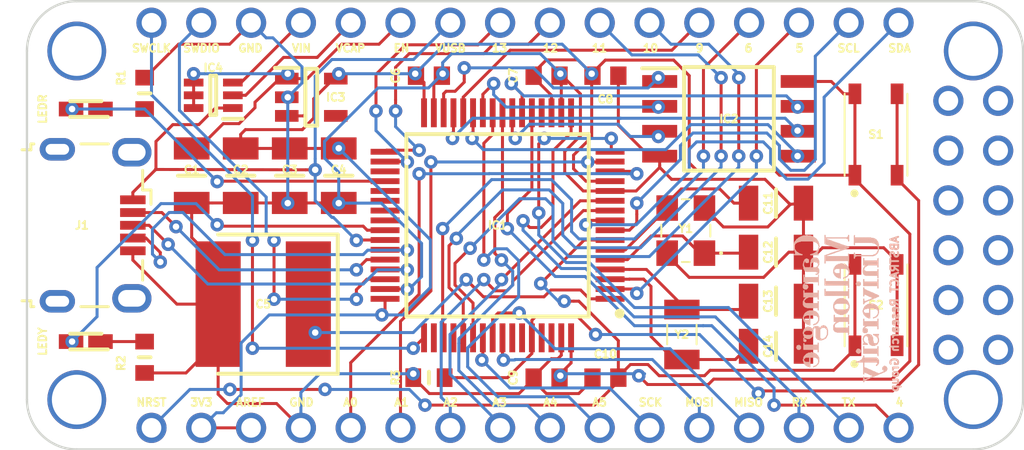
<source format=kicad_pcb>
(kicad_pcb (version 20171130) (host pcbnew 5.1.5-52549c5~84~ubuntu18.04.1)
  (layers (0 F.Cu signal) (31 B.Cu signal) (34 B.Paste user) (35 F.Paste user) (36 B.SilkS user) (37 F.SilkS user) (38 B.Mask user) (39 F.Mask user) (44 Edge.Cuts user))
  (net 0 "")
  (net 1 /EN)
  (net 2 GND)
  (net 3 VDD)
  (net 4 /VBAT)
  (net 5 /NRST)
  (net 6 "Net-(C11-Pad1)")
  (net 7 "Net-(C12-Pad1)")
  (net 8 "Net-(C13-Pad1)")
  (net 9 "Net-(C14-Pad1)")
  (net 10 "Net-(IC1-Pad62)")
  (net 11 "Net-(IC1-Pad61)")
  (net 12 /BOOT)
  (net 13 "Net-(IC1-Pad59)")
  (net 14 "Net-(IC1-Pad58)")
  (net 15 /MOSI)
  (net 16 /MISO)
  (net 17 /SCK)
  (net 18 /10)
  (net 19 /11)
  (net 20 "Net-(IC1-Pad52)")
  (net 21 /6)
  (net 22 "Net-(IC1-Pad50)")
  (net 23 /SWCLK)
  (net 24 /SWDIO)
  (net 25 "Net-(IC1-Pad45)")
  (net 26 "Net-(IC1-Pad44)")
  (net 27 "Net-(IC1-Pad43)")
  (net 28 /VUSB)
  (net 29 /LEDY)
  (net 30 "Net-(IC1-Pad40)")
  (net 31 "Net-(IC1-Pad39)")
  (net 32 "Net-(IC1-Pad38)")
  (net 33 "Net-(IC1-Pad37)")
  (net 34 /LEDR)
  (net 35 "Net-(IC1-Pad35)")
  (net 36 /13)
  (net 37 /12)
  (net 38 /MCE)
  (net 39 /MSCK)
  (net 40 /9)
  (net 41 /MIO0)
  (net 42 /MIO1)
  (net 43 /A5)
  (net 44 /A4)
  (net 45 /MIO2)
  (net 46 /MIO3)
  (net 47 /4)
  (net 48 "Net-(IC1-Pad20)")
  (net 49 /RX)
  (net 50 /TX)
  (net 51 /A1)
  (net 52 /A0)
  (net 53 /A3)
  (net 54 /A2)
  (net 55 /SDA)
  (net 56 /SCL)
  (net 57 /5)
  (net 58 "Net-(IC3-Pad4)")
  (net 59 /VPRG)
  (net 60 /VCAP)
  (net 61 "Net-(LEDR1-Pad1)")
  (net 62 "Net-(LEDY1-Pad1)")
  (module junebug:cmu-logo (layer B.Cu) (at 112.8 86.9 270)
    (fp_text reference cmu-logo hide)
    (fp_text value "" (at 0 0 90) (layer B.SilkS) (effects (font (size 1.27 1.27)) (justify mirror)))
  )
  (module junebug:PinSocket_6x2_DCMI (layer F.Cu) (at 124.26 87.43)
    (fp_text reference REF** hide)
    (fp_text value PinSocket_6x2_DCMI hide)
    (pad 12 thru_hole circle (at 1.27 6.35) (size 1.54 1.54) (drill 1) (layers *.Cu *.Mask))
    (pad 11 thru_hole circle (at -1.27 6.35) (size 1.54 1.54) (drill 1) (layers *.Cu *.Mask))
    (pad 10 thru_hole circle (at 1.27 3.81) (size 1.54 1.54) (drill 1) (layers *.Cu *.Mask))
    (pad 9 thru_hole circle (at -1.27 3.81) (size 1.54 1.54) (drill 1) (layers *.Cu *.Mask))
    (pad 8 thru_hole circle (at 1.27 1.27) (size 1.54 1.54) (drill 1) (layers *.Cu *.Mask))
    (pad 7 thru_hole circle (at -1.27 1.27) (size 1.54 1.54) (drill 1) (layers *.Cu *.Mask))
    (pad 6 thru_hole circle (at 1.27 -1.27) (size 1.54 1.54) (drill 1) (layers *.Cu *.Mask))
    (pad 5 thru_hole circle (at -1.27 -1.27) (size 1.54 1.54) (drill 1) (layers *.Cu *.Mask))
    (pad 4 thru_hole circle (at 1.27 -3.81) (size 1.54 1.54) (drill 1) (layers *.Cu *.Mask))
    (pad 3 thru_hole circle (at -1.27 -3.81) (size 1.54 1.54) (drill 1) (layers *.Cu *.Mask))
    (pad 2 thru_hole circle (at 1.27 -6.35) (size 1.54 1.54) (drill 1) (layers *.Cu *.Mask))
    (pad 1 thru_hole circle (at -1.27 -6.35) (size 1.54 1.54) (drill 1) (layers *.Cu *.Mask))
  )
  (module junebug:MountingHoles_Feather (layer F.Cu) (at 101.4 87.43)
    (fp_text reference REF** hide)
    (fp_text value MountingHoles_Feather hide)
    (pad 4 thru_hole circle (at 22.86 8.89) (size 3 3) (drill 2.54) (layers *.Cu *.Mask))
    (pad 3 thru_hole circle (at -22.86 8.89) (size 3 3) (drill 2.54) (layers *.Cu *.Mask))
    (pad 2 thru_hole circle (at 22.86 -8.89) (size 3 3) (drill 2.54) (layers *.Cu *.Mask))
    (pad 1 thru_hole circle (at -22.86 -8.89) (size 3 3) (drill 2.54) (layers *.Cu *.Mask))
  )
  (module junebug:CAPC3216X180N (layer F.Cu) (at 84.4 84.9 270)
    (fp_text reference C1 hide)
    (fp_text value CC1206JKX7R9BB105 hide)
    (pad 1 smd rect (at -1.39 0 270) (size 1.13 1.82) (layers F.Cu F.Paste F.Mask) (net 1 /EN))
    (pad 2 smd rect (at 1.39 0 270) (size 1.13 1.82) (layers F.Cu F.Paste F.Mask) (net 2 GND))
  )
  (module junebug:CAPC3216X180N (layer F.Cu) (at 86.9 84.9 270)
    (fp_text reference C2 hide)
    (fp_text value CC1206JKX7R9BB105 hide)
    (pad 2 smd rect (at 1.39 0 270) (size 1.13 1.82) (layers F.Cu F.Paste F.Mask) (net 2 GND))
    (pad 1 smd rect (at -1.39 0 270) (size 1.13 1.82) (layers F.Cu F.Paste F.Mask) (net 3 VDD))
  )
  (module junebug:CAPC3216X180N (layer F.Cu) (at 89.4 84.9 270)
    (fp_text reference C3 hide)
    (fp_text value CC1206JKX7R9BB105 hide)
    (pad 1 smd rect (at -1.39 0 270) (size 1.13 1.82) (layers F.Cu F.Paste F.Mask) (net 3 VDD))
    (pad 2 smd rect (at 1.39 0 270) (size 1.13 1.82) (layers F.Cu F.Paste F.Mask) (net 2 GND))
  )
  (module junebug:CAPC3216X180N (layer F.Cu) (at 91.9 84.9 270)
    (fp_text reference C4 hide)
    (fp_text value CC1206KKX7R7BB475 hide)
    (pad 2 smd rect (at 1.39 0 270) (size 1.13 1.82) (layers F.Cu F.Paste F.Mask) (net 2 GND))
    (pad 1 smd rect (at -1.39 0 270) (size 1.13 1.82) (layers F.Cu F.Paste F.Mask) (net 3 VDD))
  )
  (module junebug:597D158X9004R2T (layer F.Cu) (at 88.05 91.45 180)
    (fp_text reference C5 hide)
    (fp_text value 597D158X9004R2T hide)
    (pad 1 smd rect (at -2.3 0 180) (size 2.3 6.4) (layers F.Cu F.Paste F.Mask) (net 4 /VBAT))
    (pad 2 smd rect (at 2.3 0 180) (size 2.3 6.4) (layers F.Cu F.Paste F.Mask) (net 2 GND))
  )
  (module junebug:CAPC1608X90N (layer F.Cu) (at 96.5 79.8)
    (fp_text reference C6 hide)
    (fp_text value CC0603JPX7R9BB104 hide)
    (pad 2 smd rect (at 0.66 0) (size 0.83 0.94) (layers F.Cu F.Paste F.Mask) (net 2 GND))
    (pad 1 smd rect (at -0.66 0) (size 0.83 0.94) (layers F.Cu F.Paste F.Mask) (net 3 VDD))
  )
  (module junebug:CAPC1608X90N (layer F.Cu) (at 102.5 79.8)
    (fp_text reference C7 hide)
    (fp_text value CC0603JPX7R9BB104 hide)
    (pad 2 smd rect (at 0.66 0) (size 0.83 0.94) (layers F.Cu F.Paste F.Mask) (net 2 GND))
    (pad 1 smd rect (at -0.66 0) (size 0.83 0.94) (layers F.Cu F.Paste F.Mask) (net 3 VDD))
  )
  (module junebug:CAPC1608X90N (layer F.Cu) (at 105.5 79.8)
    (fp_text reference C8 hide)
    (fp_text value CC0603JPX7R9BB104 hide)
    (pad 2 smd rect (at 0.66 0) (size 0.83 0.94) (layers F.Cu F.Paste F.Mask) (net 2 GND))
    (pad 1 smd rect (at -0.66 0) (size 0.83 0.94) (layers F.Cu F.Paste F.Mask) (net 3 VDD))
  )
  (module junebug:CAPC1608X90N (layer F.Cu) (at 102.5 95.2 180)
    (fp_text reference C9 hide)
    (fp_text value CC0603JPX7R9BB104 hide)
    (pad 1 smd rect (at -0.66 0 180) (size 0.83 0.94) (layers F.Cu F.Paste F.Mask) (net 3 VDD))
    (pad 2 smd rect (at 0.66 0 180) (size 0.83 0.94) (layers F.Cu F.Paste F.Mask) (net 2 GND))
  )
  (module junebug:CAPC1608X90N (layer F.Cu) (at 105.5 95.2 180)
    (fp_text reference C10 hide)
    (fp_text value CC0603JPX7R9BB104 hide)
    (pad 1 smd rect (at -0.66 0 180) (size 0.83 0.94) (layers F.Cu F.Paste F.Mask) (net 5 /NRST))
    (pad 2 smd rect (at 0.66 0 180) (size 0.83 0.94) (layers F.Cu F.Paste F.Mask) (net 2 GND))
  )
  (module junebug:CAPC3216X70N (layer F.Cu) (at 114.2 86.3)
    (fp_text reference C11 hide)
    (fp_text value CC1206CRNPO9BN4R7 hide)
    (pad 1 smd rect (at -1.4 0) (size 0.99 1.78) (layers F.Cu F.Paste F.Mask) (net 6 "Net-(C11-Pad1)"))
    (pad 2 smd rect (at 1.4 0) (size 0.99 1.78) (layers F.Cu F.Paste F.Mask) (net 2 GND))
  )
  (module junebug:CAPC3216X70N (layer F.Cu) (at 114.2 88.8)
    (fp_text reference C12 hide)
    (fp_text value CC1206CRNPO9BN4R7 hide)
    (pad 2 smd rect (at 1.4 0) (size 0.99 1.78) (layers F.Cu F.Paste F.Mask) (net 2 GND))
    (pad 1 smd rect (at -1.4 0) (size 0.99 1.78) (layers F.Cu F.Paste F.Mask) (net 7 "Net-(C12-Pad1)"))
  )
  (module junebug:CAPC3216X70N (layer F.Cu) (at 114.2 91.3)
    (fp_text reference C13 hide)
    (fp_text value CC1206CRNPO9BN4R7 hide)
    (pad 1 smd rect (at -1.4 0) (size 0.99 1.78) (layers F.Cu F.Paste F.Mask) (net 8 "Net-(C13-Pad1)"))
    (pad 2 smd rect (at 1.4 0) (size 0.99 1.78) (layers F.Cu F.Paste F.Mask) (net 2 GND))
  )
  (module junebug:CAPC3216X70N (layer F.Cu) (at 114.2 93.6)
    (fp_text reference C14 hide)
    (fp_text value CC1206CRNPO9BN4R7 hide)
    (pad 2 smd rect (at 1.4 0) (size 0.99 1.78) (layers F.Cu F.Paste F.Mask) (net 2 GND))
    (pad 1 smd rect (at -1.4 0) (size 0.99 1.78) (layers F.Cu F.Paste F.Mask) (net 9 "Net-(C14-Pad1)"))
  )
  (module junebug:QFP50P1200X1200X160-64N (layer F.Cu) (at 100 87.43 180)
    (fp_text reference IC1 hide)
    (fp_text value STM32L496RGT3 hide)
    (pad 64 smd rect (at -3.75 -5.738 180) (size 0.3 1.475) (layers F.Cu F.Paste F.Mask) (net 3 VDD))
    (pad 63 smd rect (at -3.25 -5.738 180) (size 0.3 1.475) (layers F.Cu F.Paste F.Mask) (net 2 GND))
    (pad 62 smd rect (at -2.75 -5.738 180) (size 0.3 1.475) (layers F.Cu F.Paste F.Mask) (net 10 "Net-(IC1-Pad62)"))
    (pad 61 smd rect (at -2.25 -5.738 180) (size 0.3 1.475) (layers F.Cu F.Paste F.Mask) (net 11 "Net-(IC1-Pad61)"))
    (pad 60 smd rect (at -1.75 -5.738 180) (size 0.3 1.475) (layers F.Cu F.Paste F.Mask) (net 12 /BOOT))
    (pad 59 smd rect (at -1.25 -5.738 180) (size 0.3 1.475) (layers F.Cu F.Paste F.Mask) (net 13 "Net-(IC1-Pad59)"))
    (pad 58 smd rect (at -0.75 -5.738 180) (size 0.3 1.475) (layers F.Cu F.Paste F.Mask) (net 14 "Net-(IC1-Pad58)"))
    (pad 57 smd rect (at -0.25 -5.738 180) (size 0.3 1.475) (layers F.Cu F.Paste F.Mask) (net 15 /MOSI))
    (pad 56 smd rect (at 0.25 -5.738 180) (size 0.3 1.475) (layers F.Cu F.Paste F.Mask) (net 16 /MISO))
    (pad 55 smd rect (at 0.75 -5.738 180) (size 0.3 1.475) (layers F.Cu F.Paste F.Mask) (net 17 /SCK))
    (pad 54 smd rect (at 1.25 -5.738 180) (size 0.3 1.475) (layers F.Cu F.Paste F.Mask) (net 18 /10))
    (pad 53 smd rect (at 1.75 -5.738 180) (size 0.3 1.475) (layers F.Cu F.Paste F.Mask) (net 19 /11))
    (pad 52 smd rect (at 2.25 -5.738 180) (size 0.3 1.475) (layers F.Cu F.Paste F.Mask) (net 20 "Net-(IC1-Pad52)"))
    (pad 51 smd rect (at 2.75 -5.738 180) (size 0.3 1.475) (layers F.Cu F.Paste F.Mask) (net 21 /6))
    (pad 50 smd rect (at 3.25 -5.738 180) (size 0.3 1.475) (layers F.Cu F.Paste F.Mask) (net 22 "Net-(IC1-Pad50)"))
    (pad 49 smd rect (at 3.75 -5.738 180) (size 0.3 1.475) (layers F.Cu F.Paste F.Mask) (net 23 /SWCLK))
    (pad 48 smd rect (at 5.738 -3.75 270) (size 0.3 1.475) (layers F.Cu F.Paste F.Mask) (net 3 VDD))
    (pad 47 smd rect (at 5.738 -3.25 270) (size 0.3 1.475) (layers F.Cu F.Paste F.Mask) (net 2 GND))
    (pad 46 smd rect (at 5.738 -2.75 270) (size 0.3 1.475) (layers F.Cu F.Paste F.Mask) (net 24 /SWDIO))
    (pad 45 smd rect (at 5.738 -2.25 270) (size 0.3 1.475) (layers F.Cu F.Paste F.Mask) (net 25 "Net-(IC1-Pad45)"))
    (pad 44 smd rect (at 5.738 -1.75 270) (size 0.3 1.475) (layers F.Cu F.Paste F.Mask) (net 26 "Net-(IC1-Pad44)"))
    (pad 43 smd rect (at 5.738 -1.25 270) (size 0.3 1.475) (layers F.Cu F.Paste F.Mask) (net 27 "Net-(IC1-Pad43)"))
    (pad 42 smd rect (at 5.738 -0.75 270) (size 0.3 1.475) (layers F.Cu F.Paste F.Mask) (net 28 /VUSB))
    (pad 41 smd rect (at 5.738 -0.25 270) (size 0.3 1.475) (layers F.Cu F.Paste F.Mask) (net 29 /LEDY))
    (pad 40 smd rect (at 5.738 0.25 270) (size 0.3 1.475) (layers F.Cu F.Paste F.Mask) (net 30 "Net-(IC1-Pad40)"))
    (pad 39 smd rect (at 5.738 0.75 270) (size 0.3 1.475) (layers F.Cu F.Paste F.Mask) (net 31 "Net-(IC1-Pad39)"))
    (pad 38 smd rect (at 5.738 1.25 270) (size 0.3 1.475) (layers F.Cu F.Paste F.Mask) (net 32 "Net-(IC1-Pad38)"))
    (pad 37 smd rect (at 5.738 1.75 270) (size 0.3 1.475) (layers F.Cu F.Paste F.Mask) (net 33 "Net-(IC1-Pad37)"))
    (pad 36 smd rect (at 5.738 2.25 270) (size 0.3 1.475) (layers F.Cu F.Paste F.Mask) (net 34 /LEDR))
    (pad 35 smd rect (at 5.738 2.75 270) (size 0.3 1.475) (layers F.Cu F.Paste F.Mask) (net 35 "Net-(IC1-Pad35)"))
    (pad 34 smd rect (at 5.738 3.25 270) (size 0.3 1.475) (layers F.Cu F.Paste F.Mask) (net 36 /13))
    (pad 33 smd rect (at 5.738 3.75 270) (size 0.3 1.475) (layers F.Cu F.Paste F.Mask) (net 37 /12))
    (pad 32 smd rect (at 3.75 5.738 180) (size 0.3 1.475) (layers F.Cu F.Paste F.Mask) (net 3 VDD))
    (pad 31 smd rect (at 3.25 5.738 180) (size 0.3 1.475) (layers F.Cu F.Paste F.Mask) (net 2 GND))
    (pad 30 smd rect (at 2.75 5.738 180) (size 0.3 1.475) (layers F.Cu F.Paste F.Mask) (net 38 /MCE))
    (pad 29 smd rect (at 2.25 5.738 180) (size 0.3 1.475) (layers F.Cu F.Paste F.Mask) (net 39 /MSCK))
    (pad 28 smd rect (at 1.75 5.738 180) (size 0.3 1.475) (layers F.Cu F.Paste F.Mask) (net 40 /9))
    (pad 27 smd rect (at 1.25 5.738 180) (size 0.3 1.475) (layers F.Cu F.Paste F.Mask) (net 41 /MIO0))
    (pad 26 smd rect (at 0.75 5.738 180) (size 0.3 1.475) (layers F.Cu F.Paste F.Mask) (net 42 /MIO1))
    (pad 25 smd rect (at 0.25 5.738 180) (size 0.3 1.475) (layers F.Cu F.Paste F.Mask) (net 43 /A5))
    (pad 24 smd rect (at -0.25 5.738 180) (size 0.3 1.475) (layers F.Cu F.Paste F.Mask) (net 44 /A4))
    (pad 23 smd rect (at -0.75 5.738 180) (size 0.3 1.475) (layers F.Cu F.Paste F.Mask) (net 45 /MIO2))
    (pad 22 smd rect (at -1.25 5.738 180) (size 0.3 1.475) (layers F.Cu F.Paste F.Mask) (net 46 /MIO3))
    (pad 21 smd rect (at -1.75 5.738 180) (size 0.3 1.475) (layers F.Cu F.Paste F.Mask) (net 47 /4))
    (pad 20 smd rect (at -2.25 5.738 180) (size 0.3 1.475) (layers F.Cu F.Paste F.Mask) (net 48 "Net-(IC1-Pad20)"))
    (pad 19 smd rect (at -2.75 5.738 180) (size 0.3 1.475) (layers F.Cu F.Paste F.Mask) (net 3 VDD))
    (pad 18 smd rect (at -3.25 5.738 180) (size 0.3 1.475) (layers F.Cu F.Paste F.Mask) (net 2 GND))
    (pad 17 smd rect (at -3.75 5.738 180) (size 0.3 1.475) (layers F.Cu F.Paste F.Mask) (net 49 /RX))
    (pad 16 smd rect (at -5.738 3.75 270) (size 0.3 1.475) (layers F.Cu F.Paste F.Mask) (net 50 /TX))
    (pad 15 smd rect (at -5.738 3.25 270) (size 0.3 1.475) (layers F.Cu F.Paste F.Mask) (net 51 /A1))
    (pad 14 smd rect (at -5.738 2.75 270) (size 0.3 1.475) (layers F.Cu F.Paste F.Mask) (net 52 /A0))
    (pad 13 smd rect (at -5.738 2.25 270) (size 0.3 1.475) (layers F.Cu F.Paste F.Mask) (net 3 VDD))
    (pad 12 smd rect (at -5.738 1.75 270) (size 0.3 1.475) (layers F.Cu F.Paste F.Mask) (net 2 GND))
    (pad 11 smd rect (at -5.738 1.25 270) (size 0.3 1.475) (layers F.Cu F.Paste F.Mask) (net 53 /A3))
    (pad 10 smd rect (at -5.738 0.75 270) (size 0.3 1.475) (layers F.Cu F.Paste F.Mask) (net 54 /A2))
    (pad 9 smd rect (at -5.738 0.25 270) (size 0.3 1.475) (layers F.Cu F.Paste F.Mask) (net 55 /SDA))
    (pad 8 smd rect (at -5.738 -0.25 270) (size 0.3 1.475) (layers F.Cu F.Paste F.Mask) (net 56 /SCL))
    (pad 7 smd rect (at -5.738 -0.75 270) (size 0.3 1.475) (layers F.Cu F.Paste F.Mask) (net 5 /NRST))
    (pad 6 smd rect (at -5.738 -1.25 270) (size 0.3 1.475) (layers F.Cu F.Paste F.Mask) (net 6 "Net-(C11-Pad1)"))
    (pad 5 smd rect (at -5.738 -1.75 270) (size 0.3 1.475) (layers F.Cu F.Paste F.Mask) (net 7 "Net-(C12-Pad1)"))
    (pad 4 smd rect (at -5.738 -2.25 270) (size 0.3 1.475) (layers F.Cu F.Paste F.Mask) (net 8 "Net-(C13-Pad1)"))
    (pad 3 smd rect (at -5.738 -2.75 270) (size 0.3 1.475) (layers F.Cu F.Paste F.Mask) (net 9 "Net-(C14-Pad1)"))
    (pad 2 smd rect (at -5.738 -3.25 270) (size 0.3 1.475) (layers F.Cu F.Paste F.Mask) (net 57 /5))
    (pad 1 smd rect (at -5.738 -3.75 270) (size 0.3 1.475) (layers F.Cu F.Paste F.Mask) (net 4 /VBAT))
  )
  (module junebug:SOIC127P790X216-8N (layer F.Cu) (at 111.8 82)
    (fp_text reference IC2 hide)
    (fp_text value IS25LP128F-JBLA3 hide)
    (pad 8 smd rect (at 3.532 -1.905 90) (size 0.65 1.785) (layers F.Cu F.Paste F.Mask) (net 3 VDD))
    (pad 7 smd rect (at 3.532 -0.635 90) (size 0.65 1.785) (layers F.Cu F.Paste F.Mask) (net 46 /MIO3))
    (pad 6 smd rect (at 3.532 0.635 90) (size 0.65 1.785) (layers F.Cu F.Paste F.Mask) (net 39 /MSCK))
    (pad 5 smd rect (at 3.532 1.905 90) (size 0.65 1.785) (layers F.Cu F.Paste F.Mask) (net 41 /MIO0))
    (pad 4 smd rect (at -3.532 1.905 90) (size 0.65 1.785) (layers F.Cu F.Paste F.Mask) (net 2 GND))
    (pad 3 smd rect (at -3.532 0.635 90) (size 0.65 1.785) (layers F.Cu F.Paste F.Mask) (net 45 /MIO2))
    (pad 2 smd rect (at -3.532 -0.635 90) (size 0.65 1.785) (layers F.Cu F.Paste F.Mask) (net 42 /MIO1))
    (pad 1 smd rect (at -3.532 -1.905 90) (size 0.65 1.785) (layers F.Cu F.Paste F.Mask) (net 38 /MCE))
  )
  (module junebug:SOT95P280X145-5N (layer F.Cu) (at 90.5 80.9)
    (fp_text reference IC3 hide)
    (fp_text value TPS7A0533PDBVR hide)
    (pad 5 smd rect (at 1.25 -0.95 90) (size 0.6 1.2) (layers F.Cu F.Paste F.Mask) (net 3 VDD))
    (pad 4 smd rect (at 1.25 0.95 90) (size 0.6 1.2) (layers F.Cu F.Paste F.Mask) (net 58 "Net-(IC3-Pad4)"))
    (pad 3 smd rect (at -1.25 0.95 90) (size 0.6 1.2) (layers F.Cu F.Paste F.Mask) (net 1 /EN))
    (pad 2 smd rect (at -1.25 0 90) (size 0.6 1.2) (layers F.Cu F.Paste F.Mask) (net 2 GND))
    (pad 1 smd rect (at -1.25 -0.95 90) (size 0.6 1.2) (layers F.Cu F.Paste F.Mask) (net 1 /EN))
  )
  (module junebug:SOT65P210X110-6N (layer F.Cu) (at 85.5 80.8 180)
    (fp_text reference IC4 hide)
    (fp_text value MMBD4148TW-7-F hide)
    (pad 6 smd rect (at 1 -0.65 270) (size 0.4 1) (layers F.Cu F.Paste F.Mask) (net 1 /EN))
    (pad 5 smd rect (at 1 0 270) (size 0.4 1) (layers F.Cu F.Paste F.Mask) (net 1 /EN))
    (pad 4 smd rect (at 1 0.65 270) (size 0.4 1) (layers F.Cu F.Paste F.Mask) (net 1 /EN))
    (pad 3 smd rect (at -1 0.65 270) (size 0.4 1) (layers F.Cu F.Paste F.Mask) (net 59 /VPRG))
    (pad 2 smd rect (at -1 0 270) (size 0.4 1) (layers F.Cu F.Paste F.Mask) (net 60 /VCAP))
    (pad 1 smd rect (at -1 -0.65 270) (size 0.4 1) (layers F.Cu F.Paste F.Mask) (net 28 /VUSB))
  )
  (module Connector_USB:USB_Micro-B_Wuerth_629105150521 (layer F.Cu) (at 79.5 87.43 270)
    (fp_text reference J1 hide)
    (fp_text value 629105150521 hide)
    (pad 1 smd rect (at -1.3 -1.9 270) (size 0.45 1.3) (layers F.Cu F.Paste F.Mask) (net 28 /VUSB))
    (pad 2 smd rect (at -0.65 -1.9 270) (size 0.45 1.3) (layers F.Cu F.Paste F.Mask) (net 26 "Net-(IC1-Pad44)"))
    (pad 3 smd rect (at 0 -1.9 270) (size 0.45 1.3) (layers F.Cu F.Paste F.Mask) (net 25 "Net-(IC1-Pad45)"))
    (pad 4 smd rect (at 0.65 -1.9 270) (size 0.45 1.3) (layers F.Cu F.Paste F.Mask) (net 27 "Net-(IC1-Pad43)"))
    (pad 5 smd rect (at 1.3 -1.9 270) (size 0.45 1.3) (layers F.Cu F.Paste F.Mask) (net 2 GND))
    (pad 6 thru_hole oval (at -3.725 -1.85 270) (size 1.45 2) (drill oval 0.85 1.4) (layers *.Cu *.Mask))
    (pad 6 thru_hole oval (at 3.725 -1.85 270) (size 1.45 2) (drill oval 0.85 1.4) (layers *.Cu *.Mask))
    (pad 6 thru_hole oval (at -3.875 1.95 270) (size 1.15 1.8) (drill oval 0.55 1.2) (layers *.Cu *.Mask))
    (pad 6 thru_hole oval (at 3.875 1.95 270) (size 1.15 1.8) (drill oval 0.55 1.2) (layers *.Cu *.Mask))
    (pad "" np_thru_hole oval (at -2.5 -0.8 270) (size 0.8 0.8) (drill 0.8) (layers *.Cu *.Mask))
    (pad "" np_thru_hole oval (at 2.5 -0.8 270) (size 0.8 0.8) (drill 0.8) (layers *.Cu *.Mask))
  )
  (module junebug:PinSocket_1x16_Feather (layer F.Cu) (at 101.4 77.1)
    (fp_text reference J2 hide)
    (fp_text value Conn_01x16 hide)
    (pad 1 thru_hole circle (at -19.05 0) (size 1.54 1.54) (drill 1) (layers *.Cu *.Mask) (net 23 /SWCLK))
    (pad 2 thru_hole circle (at -16.51 0) (size 1.54 1.54) (drill 1) (layers *.Cu *.Mask) (net 24 /SWDIO))
    (pad 3 thru_hole circle (at -13.97 0) (size 1.54 1.54) (drill 1) (layers *.Cu *.Mask) (net 2 GND))
    (pad 4 thru_hole circle (at -11.43 0) (size 1.54 1.54) (drill 1) (layers *.Cu *.Mask) (net 59 /VPRG))
    (pad 5 thru_hole circle (at -8.89 0) (size 1.54 1.54) (drill 1) (layers *.Cu *.Mask) (net 60 /VCAP))
    (pad 6 thru_hole circle (at -6.35 0) (size 1.54 1.54) (drill 1) (layers *.Cu *.Mask) (net 1 /EN))
    (pad 7 thru_hole circle (at -3.81 0) (size 1.54 1.54) (drill 1) (layers *.Cu *.Mask) (net 28 /VUSB))
    (pad 8 thru_hole circle (at -1.27 0) (size 1.54 1.54) (drill 1) (layers *.Cu *.Mask) (net 36 /13))
    (pad 9 thru_hole circle (at 1.27 0) (size 1.54 1.54) (drill 1) (layers *.Cu *.Mask) (net 37 /12))
    (pad 10 thru_hole circle (at 3.81 0) (size 1.54 1.54) (drill 1) (layers *.Cu *.Mask) (net 19 /11))
    (pad 11 thru_hole circle (at 6.35 0) (size 1.54 1.54) (drill 1) (layers *.Cu *.Mask) (net 18 /10))
    (pad 12 thru_hole circle (at 8.89 0) (size 1.54 1.54) (drill 1) (layers *.Cu *.Mask) (net 40 /9))
    (pad 13 thru_hole circle (at 11.43 0) (size 1.54 1.54) (drill 1) (layers *.Cu *.Mask) (net 21 /6))
    (pad 14 thru_hole circle (at 13.97 0) (size 1.54 1.54) (drill 1) (layers *.Cu *.Mask) (net 57 /5))
    (pad 15 thru_hole circle (at 16.51 0) (size 1.54 1.54) (drill 1) (layers *.Cu *.Mask) (net 56 /SCL))
    (pad 16 thru_hole circle (at 19.05 0) (size 1.54 1.54) (drill 1) (layers *.Cu *.Mask) (net 55 /SDA))
  )
  (module junebug:PinSocket_1x16_Feather (layer F.Cu) (at 101.4 97.76)
    (fp_text reference J3 hide)
    (fp_text value Conn_01x16 hide)
    (pad 16 thru_hole circle (at 19.05 0) (size 1.54 1.54) (drill 1) (layers *.Cu *.Mask) (net 47 /4))
    (pad 15 thru_hole circle (at 16.51 0) (size 1.54 1.54) (drill 1) (layers *.Cu *.Mask) (net 50 /TX))
    (pad 14 thru_hole circle (at 13.97 0) (size 1.54 1.54) (drill 1) (layers *.Cu *.Mask) (net 49 /RX))
    (pad 13 thru_hole circle (at 11.43 0) (size 1.54 1.54) (drill 1) (layers *.Cu *.Mask) (net 16 /MISO))
    (pad 12 thru_hole circle (at 8.89 0) (size 1.54 1.54) (drill 1) (layers *.Cu *.Mask) (net 15 /MOSI))
    (pad 11 thru_hole circle (at 6.35 0) (size 1.54 1.54) (drill 1) (layers *.Cu *.Mask) (net 17 /SCK))
    (pad 10 thru_hole circle (at 3.81 0) (size 1.54 1.54) (drill 1) (layers *.Cu *.Mask) (net 43 /A5))
    (pad 9 thru_hole circle (at 1.27 0) (size 1.54 1.54) (drill 1) (layers *.Cu *.Mask) (net 44 /A4))
    (pad 8 thru_hole circle (at -1.27 0) (size 1.54 1.54) (drill 1) (layers *.Cu *.Mask) (net 53 /A3))
    (pad 7 thru_hole circle (at -3.81 0) (size 1.54 1.54) (drill 1) (layers *.Cu *.Mask) (net 54 /A2))
    (pad 6 thru_hole circle (at -6.35 0) (size 1.54 1.54) (drill 1) (layers *.Cu *.Mask) (net 51 /A1))
    (pad 5 thru_hole circle (at -8.89 0) (size 1.54 1.54) (drill 1) (layers *.Cu *.Mask) (net 52 /A0))
    (pad 4 thru_hole circle (at -11.43 0) (size 1.54 1.54) (drill 1) (layers *.Cu *.Mask) (net 2 GND))
    (pad 3 thru_hole circle (at -13.97 0) (size 1.54 1.54) (drill 1) (layers *.Cu *.Mask) (net 3 VDD))
    (pad 2 thru_hole circle (at -16.51 0) (size 1.54 1.54) (drill 1) (layers *.Cu *.Mask) (net 3 VDD))
    (pad 1 thru_hole circle (at -19.05 0) (size 1.54 1.54) (drill 1) (layers *.Cu *.Mask) (net 5 /NRST))
  )
  (module junebug:LEDM168X70N (layer F.Cu) (at 79 81.5 180)
    (fp_text reference LEDR1 hide)
    (fp_text value 599-0010-007F hide)
    (pad 2 smd rect (at 0.75 0 270) (size 0.75 1.25) (layers F.Cu F.Paste F.Mask) (net 34 /LEDR))
    (pad 1 smd rect (at -0.75 0 270) (size 0.75 1.25) (layers F.Cu F.Paste F.Mask) (net 61 "Net-(LEDR1-Pad1)"))
  )
  (module junebug:LEDM168X70N (layer F.Cu) (at 79 93.36 180)
    (fp_text reference LEDY1 hide)
    (fp_text value 599-0040-007F hide)
    (pad 1 smd rect (at -0.75 0 270) (size 0.75 1.25) (layers F.Cu F.Paste F.Mask) (net 62 "Net-(LEDY1-Pad1)"))
    (pad 2 smd rect (at 0.75 0 270) (size 0.75 1.25) (layers F.Cu F.Paste F.Mask) (net 29 /LEDY))
  )
  (module junebug:RESC1608X55N (layer F.Cu) (at 82 80.7 90)
    (fp_text reference R1 hide)
    (fp_text value RT0603FRD07100RL hide)
    (pad 1 smd rect (at -0.8 0 90) (size 0.8 0.95) (layers F.Cu F.Paste F.Mask) (net 61 "Net-(LEDR1-Pad1)"))
    (pad 2 smd rect (at 0.8 0 90) (size 0.8 0.95) (layers F.Cu F.Paste F.Mask) (net 2 GND))
  )
  (module junebug:RESC1608X55N (layer F.Cu) (at 82 94.16 270)
    (fp_text reference R2 hide)
    (fp_text value RT0603FRD07100RL hide)
    (pad 2 smd rect (at 0.8 0 270) (size 0.8 0.95) (layers F.Cu F.Paste F.Mask) (net 2 GND))
    (pad 1 smd rect (at -0.8 0 270) (size 0.8 0.95) (layers F.Cu F.Paste F.Mask) (net 62 "Net-(LEDY1-Pad1)"))
  )
  (module junebug:RESC1608X55N (layer F.Cu) (at 96.5 95.2 180)
    (fp_text reference R3 hide)
    (fp_text value RT0603FRD0710KL hide)
    (pad 2 smd rect (at 0.8 0 180) (size 0.8 0.95) (layers F.Cu F.Paste F.Mask) (net 2 GND))
    (pad 1 smd rect (at -0.8 0 180) (size 0.8 0.95) (layers F.Cu F.Paste F.Mask) (net 12 /BOOT))
  )
  (module junebug:PTS810SJG250SMTRLFS (layer F.Cu) (at 119.3 82.8 90)
    (fp_text reference S1 hide)
    (fp_text value PTS810SJM250SMTRLFS hide)
    (pad 1 smd rect (at -2.075 -1.075 180) (size 0.65 1.05) (layers F.Cu F.Paste F.Mask) (net 3 VDD))
    (pad 2 smd rect (at 2.075 -1.075 180) (size 0.65 1.05) (layers F.Cu F.Paste F.Mask) (net 3 VDD))
    (pad 3 smd rect (at -2.075 1.075 180) (size 0.65 1.05) (layers F.Cu F.Paste F.Mask) (net 12 /BOOT))
    (pad 4 smd rect (at 2.075 1.075 180) (size 0.65 1.05) (layers F.Cu F.Paste F.Mask) (net 12 /BOOT))
  )
  (module junebug:PTS810SJG250SMTRLFS (layer F.Cu) (at 119.3 91.5 90)
    (fp_text reference S2 hide)
    (fp_text value PTS810SJM250SMTRLFS hide)
    (pad 4 smd rect (at 2.075 1.075 180) (size 0.65 1.05) (layers F.Cu F.Paste F.Mask) (net 2 GND))
    (pad 3 smd rect (at -2.075 1.075 180) (size 0.65 1.05) (layers F.Cu F.Paste F.Mask) (net 2 GND))
    (pad 2 smd rect (at 2.075 -1.075 180) (size 0.65 1.05) (layers F.Cu F.Paste F.Mask) (net 5 /NRST))
    (pad 1 smd rect (at -2.075 -1.075 180) (size 0.65 1.05) (layers F.Cu F.Paste F.Mask) (net 5 /NRST))
  )
  (module junebug:ABM8AIG25000MHZ122ZT3 (layer F.Cu) (at 109.6 87.7 90)
    (fp_text reference Y1 hide)
    (fp_text value ABM8AIG-16.000MHZ-12-2Z-T hide)
    (pad 4 smd rect (at -1.15 -0.95 180) (size 1.1 1.3) (layers F.Cu F.Paste F.Mask) (net 2 GND))
    (pad 3 smd rect (at 1.15 -0.95 180) (size 1.1 1.3) (layers F.Cu F.Paste F.Mask) (net 6 "Net-(C11-Pad1)"))
    (pad 2 smd rect (at 1.15 0.95 180) (size 1.1 1.3) (layers F.Cu F.Paste F.Mask) (net 2 GND))
    (pad 1 smd rect (at -1.15 0.95 180) (size 1.1 1.3) (layers F.Cu F.Paste F.Mask) (net 7 "Net-(C12-Pad1)"))
  )
  (module junebug:ABS07AIG32768kHz71T (layer F.Cu) (at 109.4 93 90)
    (fp_text reference Y2 hide)
    (fp_text value ABS07AIG-32.768kHz-T hide)
    (pad 2 smd rect (at 1.275 0 90) (size 1 1.8) (layers F.Cu F.Paste F.Mask) (net 8 "Net-(C13-Pad1)"))
    (pad 1 smd rect (at -1.275 0 90) (size 1 1.8) (layers F.Cu F.Paste F.Mask) (net 9 "Net-(C14-Pad1)"))
  )
  (gr_text "ABSTRACT Research Group" (at 120.25 91.95 90) (layer B.SilkS) (effects (font (size 0.4 0.4) (thickness 0.1)) (justify mirror)))
  (gr_text S2 (at 119.3 91.5) (layer F.SilkS) (effects (font (size 0.4 0.4) (thickness 0.1))))
  (gr_text S1 (at 119.3 82.8) (layer F.SilkS) (effects (font (size 0.4 0.4) (thickness 0.1))))
  (gr_text C14 (at 113.8 93.6 90) (layer F.SilkS) (effects (font (size 0.4 0.4) (thickness 0.1))))
  (gr_text C13 (at 113.8 91.3 90) (layer F.SilkS) (effects (font (size 0.4 0.4) (thickness 0.1))))
  (gr_text C12 (at 113.8 88.8 90) (layer F.SilkS) (effects (font (size 0.4 0.4) (thickness 0.1))))
  (gr_text C11 (at 113.8 86.3 90) (layer F.SilkS) (effects (font (size 0.4 0.4) (thickness 0.1))))
  (gr_text IC2 (at 111.8 82) (layer F.SilkS) (effects (font (size 0.4 0.4) (thickness 0.1))))
  (gr_text Y1 (at 109.6 87.6) (layer F.SilkS) (effects (font (size 0.4 0.4) (thickness 0.1))))
  (gr_text Y2 (at 109.4 93) (layer F.SilkS) (effects (font (size 0.4 0.4) (thickness 0.1))))
  (gr_text C10 (at 105.5 94) (layer F.SilkS) (effects (font (size 0.4 0.4) (thickness 0.1))))
  (gr_text C9 (at 100.8 95.2 90) (layer F.SilkS) (effects (font (size 0.4 0.4) (thickness 0.1))))
  (gr_text C8 (at 105.5 81) (layer F.SilkS) (effects (font (size 0.4 0.4) (thickness 0.1))))
  (gr_text C7 (at 100.8 79.8 90) (layer F.SilkS) (effects (font (size 0.4 0.4) (thickness 0.1))))
  (gr_text C6 (at 94.8 79.8 90) (layer F.SilkS) (effects (font (size 0.4 0.4) (thickness 0.1))))
  (gr_text IC1 (at 100 87.43) (layer F.SilkS) (effects (font (size 0.4 0.4) (thickness 0.1))))
  (gr_text R3 (at 94.8 95.2 90) (layer F.SilkS) (effects (font (size 0.4 0.4) (thickness 0.1))))
  (gr_text C5 (at 88.05 91.45) (layer F.SilkS) (effects (font (size 0.4 0.4) (thickness 0.1))))
  (gr_text C4 (at 91.9 84.6) (layer F.SilkS) (effects (font (size 0.4 0.4) (thickness 0.1))))
  (gr_text C3 (at 89.4 84.6) (layer F.SilkS) (effects (font (size 0.4 0.4) (thickness 0.1))))
  (gr_text C2 (at 86.9 84.6) (layer F.SilkS) (effects (font (size 0.4 0.4) (thickness 0.1))))
  (gr_text C1 (at 84.4 84.6) (layer F.SilkS) (effects (font (size 0.4 0.4) (thickness 0.1))))
  (gr_text IC3 (at 91.75 80.9) (layer F.SilkS) (effects (font (size 0.4 0.4) (thickness 0.1))))
  (gr_text IC4 (at 85.5 79.4) (layer F.SilkS) (effects (font (size 0.4 0.4) (thickness 0.1))))
  (gr_text J1 (at 78.8 87.43) (layer F.SilkS) (effects (font (size 0.4 0.4) (thickness 0.1))))
  (gr_text R2 (at 80.8 94.46 90) (layer F.SilkS) (effects (font (size 0.4 0.4) (thickness 0.1))))
  (gr_text R1 (at 80.8 79.9 90) (layer F.SilkS) (effects (font (size 0.4 0.4) (thickness 0.1))))
  (gr_text LEDY (at 76.8 93.36 90) (layer F.SilkS) (effects (font (size 0.4 0.4) (thickness 0.1))))
  (gr_text LEDR (at 76.8 81.5 90) (layer F.SilkS) (effects (font (size 0.4 0.4) (thickness 0.1))))
  (gr_text 4 (at 120.5 96.46) (layer F.SilkS) (effects (font (size 0.4 0.4) (thickness 0.1))))
  (gr_text TX (at 117.9 96.46) (layer F.SilkS) (effects (font (size 0.4 0.4) (thickness 0.1))))
  (gr_text RX (at 115.4 96.46) (layer F.SilkS) (effects (font (size 0.4 0.4) (thickness 0.1))))
  (gr_text MISO (at 112.8 96.46) (layer F.SilkS) (effects (font (size 0.4 0.4) (thickness 0.1))))
  (gr_text MOSI (at 110.3 96.46) (layer F.SilkS) (effects (font (size 0.4 0.4) (thickness 0.1))))
  (gr_text SCK (at 107.8 96.46) (layer F.SilkS) (effects (font (size 0.4 0.4) (thickness 0.1))))
  (gr_text A5 (at 105.2 96.46) (layer F.SilkS) (effects (font (size 0.4 0.4) (thickness 0.1))))
  (gr_text A4 (at 102.7 96.46) (layer F.SilkS) (effects (font (size 0.4 0.4) (thickness 0.1))))
  (gr_text A3 (at 100.1 96.46) (layer F.SilkS) (effects (font (size 0.4 0.4) (thickness 0.1))))
  (gr_text A2 (at 97.6 96.46) (layer F.SilkS) (effects (font (size 0.4 0.4) (thickness 0.1))))
  (gr_text A1 (at 95.1 96.46) (layer F.SilkS) (effects (font (size 0.4 0.4) (thickness 0.1))))
  (gr_text A0 (at 92.5 96.46) (layer F.SilkS) (effects (font (size 0.4 0.4) (thickness 0.1))))
  (gr_text GND (at 90 96.46) (layer F.SilkS) (effects (font (size 0.4 0.4) (thickness 0.1))))
  (gr_text AREF (at 87.4 96.46) (layer F.SilkS) (effects (font (size 0.4 0.4) (thickness 0.1))))
  (gr_text 3V3 (at 84.9 96.46) (layer F.SilkS) (effects (font (size 0.4 0.4) (thickness 0.1))))
  (gr_text NRST (at 82.35 96.46) (layer F.SilkS) (effects (font (size 0.4 0.4) (thickness 0.1))))
  (gr_text SDA (at 120.5 78.4) (layer F.SilkS) (effects (font (size 0.4 0.4) (thickness 0.1))))
  (gr_text SCL (at 117.9 78.4) (layer F.SilkS) (effects (font (size 0.4 0.4) (thickness 0.1))))
  (gr_text 5 (at 115.4 78.4) (layer F.SilkS) (effects (font (size 0.4 0.4) (thickness 0.1))))
  (gr_text 6 (at 112.8 78.4) (layer F.SilkS) (effects (font (size 0.4 0.4) (thickness 0.1))))
  (gr_text 9 (at 110.3 78.4) (layer F.SilkS) (effects (font (size 0.4 0.4) (thickness 0.1))))
  (gr_text 10 (at 107.8 78.4) (layer F.SilkS) (effects (font (size 0.4 0.4) (thickness 0.1))))
  (gr_text 11 (at 105.2 78.4) (layer F.SilkS) (effects (font (size 0.4 0.4) (thickness 0.1))))
  (gr_text 12 (at 102.7 78.4) (layer F.SilkS) (effects (font (size 0.4 0.4) (thickness 0.1))))
  (gr_text 13 (at 100.1 78.4) (layer F.SilkS) (effects (font (size 0.4 0.4) (thickness 0.1))))
  (gr_text VUSB (at 97.6 78.4) (layer F.SilkS) (effects (font (size 0.4 0.4) (thickness 0.1))))
  (gr_text EN (at 95.1 78.4) (layer F.SilkS) (effects (font (size 0.4 0.4) (thickness 0.1))))
  (gr_text VCAP (at 92.5 78.4) (layer F.SilkS) (effects (font (size 0.4 0.4) (thickness 0.1))))
  (gr_text VIN (at 90 78.4) (layer F.SilkS) (effects (font (size 0.4 0.4) (thickness 0.1))))
  (gr_text GND (at 87.4 78.4) (layer F.SilkS) (effects (font (size 0.4 0.4) (thickness 0.1))))
  (gr_text SWDIO (at 84.9 78.4) (layer F.SilkS) (effects (font (size 0.4 0.4) (thickness 0.1))))
  (gr_text SWCLK (at 82.35 78.4) (layer F.SilkS) (effects (font (size 0.4 0.4) (thickness 0.1))))
  (gr_arc (start 124.26 96.32) (end 124.26 98.86) (angle -90) (layer Edge.Cuts) (width 0.12))
  (gr_arc (start 124.26 78.54) (end 126.8 78.54) (angle -90) (layer Edge.Cuts) (width 0.12))
  (gr_arc (start 78.54 96.32) (end 76 96.32) (angle -90) (layer Edge.Cuts) (width 0.12))
  (gr_arc (start 78.54 78.54) (end 78.54 76) (angle -90) (layer Edge.Cuts) (width 0.12))
  (gr_line (start 126.8 78.54) (end 126.8 96.32) (layer Edge.Cuts) (width 0.12))
  (gr_line (start 78.54 98.86) (end 124.26 98.86) (layer Edge.Cuts) (width 0.12))
  (gr_line (start 78.54 76) (end 124.26 76) (layer Edge.Cuts) (width 0.12))
  (gr_line (start 76 78.54) (end 76 96.32) (layer Edge.Cuts) (width 0.12))
  (via (at 84.5 79.7) (size 0.6858) (drill 0.3302) (layers F.Cu B.Cu) (net 1))
  (via (at 89.3 79.7) (size 0.6858) (drill 0.3302) (layers F.Cu B.Cu) (net 1))
  (segment (start 84.5 80.15) (end 84.5 80.8) (width 0.1524) (layer F.Cu) (net 1))
  (segment (start 84.5 80.8) (end 84.5 81.45) (width 0.1524) (layer F.Cu) (net 1))
  (segment (start 84.5 79.7) (end 84.5 80.15) (width 0.1524) (layer F.Cu) (net 1))
  (segment (start 90.115685 79.95) (end 90.1 79.95) (width 0.1524) (layer F.Cu) (net 1))
  (segment (start 90.175001 80.009316) (end 90.115685 79.95) (width 0.1524) (layer F.Cu) (net 1))
  (segment (start 90.175001 81.774999) (end 90.175001 80.009316) (width 0.1524) (layer F.Cu) (net 1))
  (segment (start 90.1 81.85) (end 90.175001 81.774999) (width 0.1524) (layer F.Cu) (net 1))
  (segment (start 89.25 81.85) (end 90.1 81.85) (width 0.1524) (layer F.Cu) (net 1))
  (segment (start 89.3 79.9) (end 89.25 79.95) (width 0.1524) (layer F.Cu) (net 1))
  (segment (start 89.3 79.7) (end 89.3 79.9) (width 0.1524) (layer F.Cu) (net 1))
  (segment (start 95.05 77.1) (end 93.954999 78.195001) (width 0.1524) (layer F.Cu) (net 1))
  (segment (start 90.1 79.95) (end 89.25 79.95) (width 0.1524) (layer F.Cu) (net 1))
  (segment (start 92.051409 78.195001) (end 90.29641 79.95) (width 0.1524) (layer F.Cu) (net 1))
  (segment (start 90.29641 79.95) (end 90.1 79.95) (width 0.1524) (layer F.Cu) (net 1))
  (segment (start 93.954999 78.195001) (end 92.051409 78.195001) (width 0.1524) (layer F.Cu) (net 1))
  (segment (start 85.065685 79.7) (end 89.3 79.7) (width 0.1524) (layer B.Cu) (net 1))
  (segment (start 84.5 79.7) (end 85.065685 79.7) (width 0.1524) (layer B.Cu) (net 1))
  (segment (start 89.25 79.95) (end 88.888518 79.95) (width 0.1524) (layer F.Cu) (net 1))
  (segment (start 87.63 81.431482) (end 87.63 81.153) (width 0.1524) (layer F.Cu) (net 1))
  (segment (start 87.63 81.153) (end 87.63 81.208518) (width 0.1524) (layer F.Cu) (net 1))
  (segment (start 88.888518 79.95) (end 87.63 81.153) (width 0.1524) (layer F.Cu) (net 1))
  (segment (start 86.816292 82.24519) (end 87.63 81.431482) (width 0.1524) (layer F.Cu) (net 1))
  (segment (start 84.4 83.51) (end 84.745 83.51) (width 0.1524) (layer F.Cu) (net 1))
  (segment (start 86.00981 82.24519) (end 86.816292 82.24519) (width 0.1524) (layer F.Cu) (net 1))
  (segment (start 84.745 83.51) (end 86.00981 82.24519) (width 0.1524) (layer F.Cu) (net 1))
  (via (at 91.9 86.3) (size 0.6858) (drill 0.3302) (layers F.Cu B.Cu) (net 2))
  (via (at 89.3 80.9) (size 0.6858) (drill 0.3302) (layers F.Cu B.Cu) (net 2))
  (via (at 89.3 86.3) (size 0.6858) (drill 0.3302) (layers F.Cu B.Cu) (net 2))
  (via (at 95.4 90.7) (size 0.6858) (drill 0.3302) (layers F.Cu B.Cu) (net 2))
  (via (at 95.7 95) (size 0.6858) (drill 0.3302) (layers F.Cu B.Cu) (net 2))
  (via (at 97.2 79.7) (size 0.6858) (drill 0.3302) (layers F.Cu B.Cu) (net 2))
  (via (at 103.2 79.7) (size 0.6858) (drill 0.3302) (layers F.Cu B.Cu) (net 2))
  (segment (start 81.4 89.205) (end 81.4 88.73) (width 0.1524) (layer F.Cu) (net 2))
  (segment (start 83.645 91.45) (end 81.4 89.205) (width 0.1524) (layer F.Cu) (net 2))
  (segment (start 85.75 91.45) (end 83.645 91.45) (width 0.1524) (layer F.Cu) (net 2))
  (segment (start 82 94.96) (end 84.11 94.96) (width 0.1524) (layer F.Cu) (net 2))
  (segment (start 84.11 94.96) (end 85.75 93.32) (width 0.1524) (layer F.Cu) (net 2))
  (segment (start 82.025 79.9) (end 82 79.9) (width 0.1524) (layer F.Cu) (net 2))
  (segment (start 83.729999 78.195001) (end 82.025 79.9) (width 0.1524) (layer F.Cu) (net 2))
  (segment (start 87.43 77.1) (end 86.334999 78.195001) (width 0.1524) (layer F.Cu) (net 2))
  (segment (start 86.334999 78.195001) (end 83.729999 78.195001) (width 0.1524) (layer F.Cu) (net 2))
  (segment (start 91.9 86.29) (end 89.4 86.29) (width 0.1524) (layer F.Cu) (net 2))
  (segment (start 89.29 86.29) (end 89.3 86.3) (width 0.1524) (layer F.Cu) (net 2))
  (segment (start 86.9 86.29) (end 89.29 86.29) (width 0.1524) (layer F.Cu) (net 2))
  (segment (start 96.75 80.15) (end 97.2 79.7) (width 0.1524) (layer F.Cu) (net 2))
  (segment (start 96.75 81.692) (end 96.75 80.15) (width 0.1524) (layer F.Cu) (net 2))
  (segment (start 103.25 79.89) (end 103.25 81.692) (width 0.1524) (layer F.Cu) (net 2))
  (segment (start 103.16 79.8) (end 103.25 79.89) (width 0.1524) (layer F.Cu) (net 2))
  (segment (start 103.2 79.705) (end 103.2 79.7) (width 0.1524) (layer F.Cu) (net 2))
  (segment (start 104.370588 85.68) (end 103.424989 84.734401) (width 0.1524) (layer F.Cu) (net 2))
  (segment (start 104.225001 80.730001) (end 103.2 79.705) (width 0.1524) (layer F.Cu) (net 2))
  (segment (start 105.738 85.68) (end 104.370588 85.68) (width 0.1524) (layer F.Cu) (net 2))
  (segment (start 103.424989 84.734401) (end 103.424989 83.665599) (width 0.1524) (layer F.Cu) (net 2))
  (segment (start 103.424989 83.665599) (end 104.225001 82.865587) (width 0.1524) (layer F.Cu) (net 2))
  (segment (start 104.225001 82.865587) (end 104.225001 80.730001) (width 0.1524) (layer F.Cu) (net 2))
  (segment (start 101.84 95.2) (end 101.84 95.01) (width 0.1524) (layer F.Cu) (net 2))
  (segment (start 113.639999 85.084999) (end 114.855 86.3) (width 0.1524) (layer F.Cu) (net 2))
  (segment (start 113.779999 87.515001) (end 114.935 86.36) (width 0.1524) (layer F.Cu) (net 2))
  (segment (start 114.855 86.3) (end 114.935 86.36) (width 0.1524) (layer F.Cu) (net 2))
  (segment (start 114.935 86.36) (end 115.6 86.3) (width 0.1524) (layer F.Cu) (net 2))
  (segment (start 113.570001 90.084999) (end 109.769999 90.084999) (width 0.1524) (layer F.Cu) (net 2))
  (segment (start 115.6 88.8) (end 114.855 88.8) (width 0.1524) (layer F.Cu) (net 2))
  (segment (start 114.855 88.8) (end 113.570001 90.084999) (width 0.1524) (layer F.Cu) (net 2))
  (segment (start 115.6 93.6) (end 115.6 91.3) (width 0.1524) (layer F.Cu) (net 2))
  (segment (start 115.6 91.3) (end 115.6 88.8) (width 0.1524) (layer F.Cu) (net 2))
  (segment (start 115.6 88.8) (end 115.6 86.3) (width 0.1524) (layer F.Cu) (net 2))
  (segment (start 120.375 89.425) (end 120.375 93.575) (width 0.1524) (layer F.Cu) (net 2))
  (segment (start 89.699999 80.500001) (end 89.3 80.9) (width 0.1524) (layer B.Cu) (net 2))
  (segment (start 90.025001 80.174999) (end 89.699999 80.500001) (width 0.1524) (layer B.Cu) (net 2))
  (segment (start 90.025001 79.351999) (end 90.025001 80.174999) (width 0.1524) (layer B.Cu) (net 2))
  (segment (start 88.543001 77.869999) (end 90.025001 79.351999) (width 0.1524) (layer B.Cu) (net 2))
  (segment (start 88.199999 77.869999) (end 88.543001 77.869999) (width 0.1524) (layer B.Cu) (net 2))
  (segment (start 87.43 77.1) (end 88.199999 77.869999) (width 0.1524) (layer B.Cu) (net 2))
  (segment (start 89.3 80.9) (end 89.3 86.3) (width 0.1524) (layer B.Cu) (net 2))
  (segment (start 89.97 96.671056) (end 89.97 97.76) (width 0.1524) (layer B.Cu) (net 2))
  (segment (start 89.97 95.956998) (end 89.97 96.671056) (width 0.1524) (layer B.Cu) (net 2))
  (segment (start 90.926998 95) (end 89.97 95.956998) (width 0.1524) (layer B.Cu) (net 2))
  (segment (start 95.7 95) (end 90.926998 95) (width 0.1524) (layer B.Cu) (net 2))
  (segment (start 97.2 79.134315) (end 97.2 79.7) (width 0.1524) (layer B.Cu) (net 2))
  (segment (start 97.659316 78.674999) (end 97.2 79.134315) (width 0.1524) (layer B.Cu) (net 2))
  (segment (start 102.174999 78.674999) (end 97.659316 78.674999) (width 0.1524) (layer B.Cu) (net 2))
  (segment (start 103.2 79.7) (end 102.174999 78.674999) (width 0.1524) (layer B.Cu) (net 2))
  (segment (start 91.9 84.726998) (end 91.9 85.734315) (width 0.1524) (layer B.Cu) (net 2))
  (segment (start 91.174999 84.001997) (end 91.9 84.726998) (width 0.1524) (layer B.Cu) (net 2))
  (segment (start 91.174999 83.151999) (end 91.174999 84.001997) (width 0.1524) (layer B.Cu) (net 2))
  (segment (start 93.901997 80.425001) (end 91.174999 83.151999) (width 0.1524) (layer B.Cu) (net 2))
  (segment (start 96.474999 80.425001) (end 93.901997 80.425001) (width 0.1524) (layer B.Cu) (net 2))
  (segment (start 91.9 85.734315) (end 91.9 86.3) (width 0.1524) (layer B.Cu) (net 2))
  (segment (start 97.2 79.7) (end 96.474999 80.425001) (width 0.1524) (layer B.Cu) (net 2))
  (segment (start 95.4 90.7) (end 95.473002 90.7) (width 0.1524) (layer B.Cu) (net 2))
  (segment (start 92.465685 86.3) (end 91.9 86.3) (width 0.1524) (layer B.Cu) (net 2))
  (segment (start 94.073002 86.3) (end 92.465685 86.3) (width 0.1524) (layer B.Cu) (net 2))
  (segment (start 96.125001 88.351999) (end 94.073002 86.3) (width 0.1524) (layer B.Cu) (net 2))
  (segment (start 96.125001 90.048001) (end 96.125001 88.351999) (width 0.1524) (layer B.Cu) (net 2))
  (segment (start 95.473002 90.7) (end 96.125001 90.048001) (width 0.1524) (layer B.Cu) (net 2))
  (segment (start 116.345 88.8) (end 115.6 88.8) (width 0.1524) (layer F.Cu) (net 2))
  (segment (start 116.570001 88.574999) (end 116.345 88.8) (width 0.1524) (layer F.Cu) (net 2))
  (segment (start 107.735498 83.905) (end 108.268 83.905) (width 0.1524) (layer F.Cu) (net 2))
  (segment (start 106.16 79.8) (end 106.16 82.329502) (width 0.1524) (layer F.Cu) (net 2))
  (segment (start 106.16 82.329502) (end 107.735498 83.905) (width 0.1524) (layer F.Cu) (net 2))
  (segment (start 89.97 97.76) (end 88.73 96.52) (width 0.1524) (layer F.Cu) (net 2))
  (segment (start 88.73 96.52) (end 86.741 96.52) (width 0.1524) (layer F.Cu) (net 2))
  (segment (start 86.741 96.52) (end 86.614 96.52) (width 0.1524) (layer F.Cu) (net 2))
  (segment (start 85.75 96.045822) (end 86.224178 96.52) (width 0.1524) (layer F.Cu) (net 2))
  (segment (start 85.75 91.45) (end 85.75 96.045822) (width 0.1524) (layer F.Cu) (net 2))
  (segment (start 86.274178 96.52) (end 86.487 96.52) (width 0.1524) (layer F.Cu) (net 2))
  (segment (start 86.224178 96.52) (end 86.487 96.52) (width 0.1524) (layer F.Cu) (net 2))
  (segment (start 86.487 96.52) (end 86.741 96.52) (width 0.1524) (layer F.Cu) (net 2))
  (segment (start 95.38 90.68) (end 95.4 90.7) (width 0.1524) (layer F.Cu) (net 2))
  (segment (start 94.262 90.68) (end 95.38 90.68) (width 0.1524) (layer F.Cu) (net 2))
  (segment (start 84.4 87.0074) (end 84.4 86.29) (width 0.1524) (layer F.Cu) (net 2))
  (segment (start 84.4 88.05) (end 84.4 87.0074) (width 0.1524) (layer F.Cu) (net 2))
  (segment (start 85.75 89.4) (end 84.4 88.05) (width 0.1524) (layer F.Cu) (net 2))
  (segment (start 85.75 91.45) (end 85.75 89.4) (width 0.1524) (layer F.Cu) (net 2))
  (segment (start 85.4624 86.29) (end 86.9 86.29) (width 0.1524) (layer F.Cu) (net 2))
  (segment (start 84.4 86.29) (end 85.4624 86.29) (width 0.1524) (layer F.Cu) (net 2))
  (segment (start 108.268 84.477822) (end 108.268 84.3824) (width 0.1524) (layer F.Cu) (net 2))
  (segment (start 107.065822 85.68) (end 108.268 84.477822) (width 0.1524) (layer F.Cu) (net 2))
  (segment (start 105.738 85.68) (end 107.065822 85.68) (width 0.1524) (layer F.Cu) (net 2))
  (segment (start 108.268 84.3824) (end 108.268 83.905) (width 0.1524) (layer F.Cu) (net 2))
  (segment (start 108.875177 85.084999) (end 108.268 84.477822) (width 0.1524) (layer F.Cu) (net 2))
  (segment (start 113.639999 85.084999) (end 108.875177 85.084999) (width 0.1524) (layer F.Cu) (net 2))
  (segment (start 108.65 88.85) (end 108.65 88.965) (width 0.1524) (layer F.Cu) (net 2))
  (segment (start 108.65 88.965) (end 109.769999 90.084999) (width 0.1524) (layer F.Cu) (net 2))
  (segment (start 110.55 86.55) (end 110.553 86.55) (width 0.1524) (layer F.Cu) (net 2))
  (segment (start 111.518001 87.515001) (end 113.779999 87.515001) (width 0.1524) (layer F.Cu) (net 2))
  (segment (start 110.553 86.55) (end 111.518001 87.515001) (width 0.1524) (layer F.Cu) (net 2))
  (segment (start 101.84 95.137) (end 101.84 95.2) (width 0.1524) (layer F.Cu) (net 2))
  (segment (start 101.84 95.137) (end 102.743 94.234) (width 0.1524) (layer F.Cu) (net 2))
  (segment (start 103.0739 94.234) (end 103.25 94.0579) (width 0.1524) (layer F.Cu) (net 2))
  (segment (start 103.25 94.0579) (end 103.25 93.168) (width 0.1524) (layer F.Cu) (net 2))
  (segment (start 102.743 94.234) (end 103.0739 94.234) (width 0.1524) (layer F.Cu) (net 2))
  (segment (start 101.84 95.363) (end 101.84 95.2) (width 0.1524) (layer F.Cu) (net 2))
  (segment (start 104.84 95.2) (end 104.84 95.312) (width 0.1524) (layer F.Cu) (net 2))
  (segment (start 101.84 95.363) (end 102.489 96.012) (width 0.1524) (layer F.Cu) (net 2))
  (segment (start 104.84 95.312) (end 104.14 96.012) (width 0.1524) (layer F.Cu) (net 2))
  (segment (start 104.14 96.012) (end 102.489 96.012) (width 0.1524) (layer F.Cu) (net 2))
  (segment (start 95.708 95.2) (end 95.7 95.2) (width 0.1524) (layer F.Cu) (net 2))
  (segment (start 96.52 96.012) (end 95.708 95.2) (width 0.1524) (layer F.Cu) (net 2))
  (segment (start 101.092 96.012) (end 96.52 96.012) (width 0.1524) (layer F.Cu) (net 2))
  (segment (start 101.84 95.2) (end 101.84 95.264) (width 0.1524) (layer F.Cu) (net 2))
  (segment (start 101.84 95.264) (end 101.092 96.012) (width 0.1524) (layer F.Cu) (net 2))
  (segment (start 120.375 89.425) (end 120.375 89.26) (width 0.1524) (layer F.Cu) (net 2))
  (segment (start 119.689999 88.574999) (end 116.570001 88.574999) (width 0.1524) (layer F.Cu) (net 2))
  (segment (start 120.375 89.26) (end 119.689999 88.574999) (width 0.1524) (layer F.Cu) (net 2))
  (via (at 91.9 79.7) (size 0.6858) (drill 0.3302) (layers F.Cu B.Cu) (net 3))
  (via (at 91.9 83.5) (size 0.6858) (drill 0.3302) (layers F.Cu B.Cu) (net 3))
  (via (at 94.1 92) (size 0.6858) (drill 0.3302) (layers F.Cu B.Cu) (net 3))
  (via (at 95.8 79.7) (size 0.6858) (drill 0.3302) (layers F.Cu B.Cu) (net 3))
  (via (at 103.2 95.1) (size 0.6858) (drill 0.3302) (layers F.Cu B.Cu) (net 3))
  (via (at 107.2 95.1) (size 0.6858) (drill 0.3302) (layers F.Cu B.Cu) (net 3))
  (via (at 104.8 79.7) (size 0.6858) (drill 0.3302) (layers F.Cu B.Cu) (net 3))
  (segment (start 89.4 83.51) (end 86.9 83.51) (width 0.1524) (layer F.Cu) (net 3))
  (segment (start 91.9 79.7) (end 90.62501 80.97499) (width 0.1524) (layer F.Cu) (net 3))
  (segment (start 90.62501 80.97499) (end 90.62501 81.9614) (width 0.1524) (layer F.Cu) (net 3))
  (segment (start 84.89 97.76) (end 87.43 97.76) (width 0.1524) (layer F.Cu) (net 3))
  (segment (start 96.25 80.15) (end 95.8 79.7) (width 0.1524) (layer F.Cu) (net 3))
  (segment (start 96.25 81.692) (end 96.25 80.15) (width 0.1524) (layer F.Cu) (net 3))
  (segment (start 103.874999 84.548001) (end 104.506998 85.18) (width 0.1524) (layer F.Cu) (net 3))
  (segment (start 103.874999 83.851999) (end 103.874999 84.548001) (width 0.1524) (layer F.Cu) (net 3))
  (segment (start 104.506998 85.18) (end 105.738 85.18) (width 0.1524) (layer F.Cu) (net 3))
  (segment (start 104.8 79.7) (end 104.8 82.926998) (width 0.1524) (layer F.Cu) (net 3))
  (segment (start 104.8 82.926998) (end 103.874999 83.851999) (width 0.1524) (layer F.Cu) (net 3))
  (segment (start 103.75 94.45) (end 103.2 95) (width 0.1524) (layer F.Cu) (net 3))
  (segment (start 103.75 93.168) (end 103.75 94.45) (width 0.1524) (layer F.Cu) (net 3))
  (segment (start 118.225 84.875) (end 118.225 80.725) (width 0.1524) (layer F.Cu) (net 3))
  (segment (start 116.4745 80.095) (end 115.332 80.095) (width 0.1524) (layer F.Cu) (net 3))
  (segment (start 117.65 80.725) (end 117.02 80.095) (width 0.1524) (layer F.Cu) (net 3))
  (segment (start 117.02 80.095) (end 116.4745 80.095) (width 0.1524) (layer F.Cu) (net 3))
  (segment (start 118.225 80.725) (end 117.65 80.725) (width 0.1524) (layer F.Cu) (net 3))
  (segment (start 95.8 79.7) (end 91.9 79.7) (width 0.1524) (layer B.Cu) (net 3))
  (segment (start 104.400001 79.300001) (end 104.8 79.7) (width 0.1524) (layer B.Cu) (net 3))
  (segment (start 103.295001 78.195001) (end 104.400001 79.300001) (width 0.1524) (layer B.Cu) (net 3))
  (segment (start 97.304999 78.195001) (end 103.295001 78.195001) (width 0.1524) (layer B.Cu) (net 3))
  (segment (start 95.8 79.7) (end 97.304999 78.195001) (width 0.1524) (layer B.Cu) (net 3))
  (segment (start 84.89 97.76) (end 85.12 97.76) (width 0.1524) (layer B.Cu) (net 3))
  (segment (start 92.309411 83.899999) (end 92.299999 83.899999) (width 0.1524) (layer B.Cu) (net 3))
  (segment (start 96.57501 90.597992) (end 96.57501 88.165598) (width 0.1524) (layer B.Cu) (net 3))
  (segment (start 92.299999 83.899999) (end 91.9 83.5) (width 0.1524) (layer B.Cu) (net 3))
  (segment (start 96.57501 88.165598) (end 92.309411 83.899999) (width 0.1524) (layer B.Cu) (net 3))
  (segment (start 95.173002 92) (end 96.57501 90.597992) (width 0.1524) (layer B.Cu) (net 3))
  (segment (start 94.1 92) (end 95.173002 92) (width 0.1524) (layer B.Cu) (net 3))
  (segment (start 103.2 95) (end 107.5 95) (width 0.1524) (layer B.Cu) (net 3))
  (segment (start 86.921501 93.432677) (end 88.354178 92) (width 0.1524) (layer B.Cu) (net 3))
  (segment (start 86.921501 96.074321) (end 86.921501 93.432677) (width 0.1524) (layer B.Cu) (net 3))
  (segment (start 85.659999 96.990001) (end 86.016999 96.990001) (width 0.1524) (layer B.Cu) (net 3))
  (segment (start 84.89 97.76) (end 85.659999 96.990001) (width 0.1524) (layer B.Cu) (net 3))
  (segment (start 86.016999 96.978823) (end 86.921501 96.074321) (width 0.1524) (layer B.Cu) (net 3))
  (segment (start 86.016999 96.990001) (end 86.016999 96.978823) (width 0.1524) (layer B.Cu) (net 3))
  (segment (start 88.354178 92) (end 94.1 92) (width 0.1524) (layer B.Cu) (net 3))
  (segment (start 94.262 91.838) (end 94.1 92) (width 0.1524) (layer F.Cu) (net 3))
  (segment (start 94.262 91.18) (end 94.262 91.838) (width 0.1524) (layer F.Cu) (net 3))
  (segment (start 86.9 82.7926) (end 87.1426 82.55) (width 0.1524) (layer F.Cu) (net 3))
  (segment (start 86.9 83.51) (end 86.9 82.7926) (width 0.1524) (layer F.Cu) (net 3))
  (segment (start 90.62501 81.9614) (end 90.043 82.55) (width 0.1524) (layer F.Cu) (net 3))
  (segment (start 87.1426 82.55) (end 90.043 82.55) (width 0.1524) (layer F.Cu) (net 3))
  (segment (start 90.043 82.55) (end 90.03641 82.55) (width 0.1524) (layer F.Cu) (net 3))
  (segment (start 89.4 83.51) (end 91.9 83.51) (width 0.1524) (layer F.Cu) (net 3))
  (segment (start 102.75 80.8021) (end 102.75 81.692) (width 0.1524) (layer F.Cu) (net 3))
  (segment (start 101.84 79.8) (end 101.84 79.8921) (width 0.1524) (layer F.Cu) (net 3))
  (segment (start 101.84 79.8921) (end 102.75 80.8021) (width 0.1524) (layer F.Cu) (net 3))
  (segment (start 101.84 79.8) (end 101.84 79.77) (width 0.1524) (layer F.Cu) (net 3))
  (segment (start 101.84 79.8) (end 101.84 79.643) (width 0.1524) (layer F.Cu) (net 3))
  (segment (start 101.84 79.643) (end 102.489 78.994) (width 0.1524) (layer F.Cu) (net 3))
  (segment (start 104.094 78.994) (end 102.489 78.994) (width 0.1524) (layer F.Cu) (net 3))
  (segment (start 104.8 79.7) (end 104.094 78.994) (width 0.1524) (layer F.Cu) (net 3))
  (segment (start 105.495001 79.004999) (end 104.8 79.7) (width 0.1524) (layer F.Cu) (net 3))
  (segment (start 108.980501 79.004999) (end 105.495001 79.004999) (width 0.1524) (layer F.Cu) (net 3))
  (segment (start 114.379998 84.875) (end 114.129999 84.625001) (width 0.1524) (layer F.Cu) (net 3))
  (segment (start 118.225 84.875) (end 114.379998 84.875) (width 0.1524) (layer F.Cu) (net 3))
  (segment (start 114.129999 84.625001) (end 110.151999 84.625001) (width 0.1524) (layer F.Cu) (net 3))
  (segment (start 110.151999 84.625001) (end 109.774999 84.248001) (width 0.1524) (layer F.Cu) (net 3))
  (segment (start 109.774999 84.248001) (end 109.774999 79.799497) (width 0.1524) (layer F.Cu) (net 3))
  (segment (start 109.774999 79.799497) (end 108.980501 79.004999) (width 0.1524) (layer F.Cu) (net 3))
  (segment (start 107.650011 95.550011) (end 107.599999 95.499999) (width 0.1524) (layer F.Cu) (net 3))
  (segment (start 110.746401 95.550011) (end 107.650011 95.550011) (width 0.1524) (layer F.Cu) (net 3))
  (segment (start 118.225 85.078) (end 121.025001 87.878001) (width 0.1524) (layer F.Cu) (net 3))
  (segment (start 121.025001 94.360001) (end 120.110003 95.274999) (width 0.1524) (layer F.Cu) (net 3))
  (segment (start 107.599999 95.499999) (end 107.2 95.1) (width 0.1524) (layer F.Cu) (net 3))
  (segment (start 118.225 84.875) (end 118.225 85.078) (width 0.1524) (layer F.Cu) (net 3))
  (segment (start 121.025001 87.878001) (end 121.025001 94.360001) (width 0.1524) (layer F.Cu) (net 3))
  (segment (start 120.110003 95.274999) (end 111.021413 95.274999) (width 0.1524) (layer F.Cu) (net 3))
  (segment (start 111.021413 95.274999) (end 110.746401 95.550011) (width 0.1524) (layer F.Cu) (net 3))
  (via (at 90.7 92.9) (size 0.6858) (drill 0.3302) (layers F.Cu B.Cu) (net 4))
  (via (at 98.4 90.2) (size 0.6858) (drill 0.3302) (layers F.Cu B.Cu) (net 4))
  (segment (start 95.7 92.9) (end 98.4 90.2) (width 0.1524) (layer B.Cu) (net 4))
  (segment (start 90.7 92.9) (end 95.7 92.9) (width 0.1524) (layer B.Cu) (net 4))
  (segment (start 98.742899 90.542899) (end 98.4 90.2) (width 0.1524) (layer F.Cu) (net 4))
  (segment (start 99.276311 91.076311) (end 98.742899 90.542899) (width 0.1524) (layer F.Cu) (net 4))
  (segment (start 102.369511 91.076311) (end 99.276311 91.076311) (width 0.1524) (layer F.Cu) (net 4))
  (segment (start 102.717323 90.728499) (end 102.369511 91.076311) (width 0.1524) (layer F.Cu) (net 4))
  (segment (start 104.232567 90.728499) (end 102.717323 90.728499) (width 0.1524) (layer F.Cu) (net 4))
  (segment (start 104.684068 91.18) (end 104.232567 90.728499) (width 0.1524) (layer F.Cu) (net 4))
  (segment (start 105.738 91.18) (end 104.684068 91.18) (width 0.1524) (layer F.Cu) (net 4))
  (via (at 86.35 95.8) (size 0.6858) (drill 0.3302) (layers F.Cu B.Cu) (net 5))
  (via (at 91.2 95.8) (size 0.6858) (drill 0.3302) (layers F.Cu B.Cu) (net 5))
  (via (at 96.3 96.6) (size 0.6858) (drill 0.3302) (layers F.Cu B.Cu) (net 5))
  (via (at 103.4 91.3) (size 0.6858) (drill 0.3302) (layers F.Cu B.Cu) (net 5))
  (via (at 102.2 90.4) (size 0.6858) (drill 0.3302) (layers F.Cu B.Cu) (net 5))
  (segment (start 104.42 88.18) (end 105.738 88.18) (width 0.1524) (layer F.Cu) (net 5))
  (segment (start 102.2 90.4) (end 104.42 88.18) (width 0.1524) (layer F.Cu) (net 5))
  (segment (start 118.225 89.425) (end 118.225 93.575) (width 0.1524) (layer F.Cu) (net 5))
  (segment (start 95.5 95.8) (end 96.3 96.6) (width 0.1524) (layer B.Cu) (net 5))
  (segment (start 91.2 95.8) (end 95.5 95.8) (width 0.1524) (layer B.Cu) (net 5))
  (segment (start 103.1 91.3) (end 102.2 90.4) (width 0.1524) (layer B.Cu) (net 5))
  (segment (start 103.4 91.3) (end 103.1 91.3) (width 0.1524) (layer B.Cu) (net 5))
  (segment (start 106.16 95.255) (end 106.16 95.2) (width 0.1524) (layer F.Cu) (net 5))
  (segment (start 86.834933 95.8) (end 91.2 95.8) (width 0.1524) (layer F.Cu) (net 5))
  (segment (start 86.35 95.8) (end 86.834933 95.8) (width 0.1524) (layer F.Cu) (net 5))
  (segment (start 84.31 95.8) (end 82.35 97.76) (width 0.1524) (layer B.Cu) (net 5))
  (segment (start 86.35 95.8) (end 84.31 95.8) (width 0.1524) (layer B.Cu) (net 5))
  (segment (start 106.16 95.2) (end 106.16 95.389) (width 0.1524) (layer F.Cu) (net 5))
  (segment (start 104.949 96.6) (end 96.3 96.6) (width 0.1524) (layer F.Cu) (net 5))
  (segment (start 106.16 95.389) (end 104.949 96.6) (width 0.1524) (layer F.Cu) (net 5))
  (segment (start 104.145822 91.3) (end 103.884933 91.3) (width 0.1524) (layer F.Cu) (net 5))
  (segment (start 103.884933 91.3) (end 103.4 91.3) (width 0.1524) (layer F.Cu) (net 5))
  (segment (start 106.16 93.314178) (end 104.145822 91.3) (width 0.1524) (layer F.Cu) (net 5))
  (segment (start 106.16 95.2) (end 106.16 93.314178) (width 0.1524) (layer F.Cu) (net 5))
  (segment (start 106.16 95.145) (end 106.16 95.2) (width 0.1524) (layer F.Cu) (net 5))
  (segment (start 106.776501 94.528499) (end 106.16 95.145) (width 0.1524) (layer F.Cu) (net 5))
  (segment (start 107.668497 94.528499) (end 106.776501 94.528499) (width 0.1524) (layer F.Cu) (net 5))
  (segment (start 118.225 93.738) (end 117.138011 94.824989) (width 0.1524) (layer F.Cu) (net 5))
  (segment (start 118.225 93.575) (end 118.225 93.738) (width 0.1524) (layer F.Cu) (net 5))
  (segment (start 110.560001 95.100001) (end 108.239999 95.100001) (width 0.1524) (layer F.Cu) (net 5))
  (segment (start 117.138011 94.824989) (end 110.835013 94.824989) (width 0.1524) (layer F.Cu) (net 5))
  (segment (start 110.835013 94.824989) (end 110.560001 95.100001) (width 0.1524) (layer F.Cu) (net 5))
  (segment (start 108.239999 95.100001) (end 107.668497 94.528499) (width 0.1524) (layer F.Cu) (net 5))
  (segment (start 112.055 86.3) (end 112.8 86.3) (width 0.1524) (layer F.Cu) (net 6))
  (segment (start 111.329999 85.574999) (end 112.055 86.3) (width 0.1524) (layer F.Cu) (net 6))
  (segment (start 108.65 86.55) (end 108.528588 86.55) (width 0.1524) (layer F.Cu) (net 6))
  (segment (start 108.65 86.55) (end 108.65 86.295) (width 0.1524) (layer F.Cu) (net 6))
  (segment (start 109.370001 85.574999) (end 111.329999 85.574999) (width 0.1524) (layer F.Cu) (net 6))
  (segment (start 108.65 86.295) (end 109.370001 85.574999) (width 0.1524) (layer F.Cu) (net 6))
  (segment (start 106.52 88.68) (end 107.95 87.25) (width 0.1524) (layer F.Cu) (net 6))
  (segment (start 105.738 88.68) (end 106.52 88.68) (width 0.1524) (layer F.Cu) (net 6))
  (segment (start 107.95 87.25) (end 108.65 86.55) (width 0.1524) (layer F.Cu) (net 6))
  (segment (start 112.75 88.85) (end 112.8 88.8) (width 0.1524) (layer F.Cu) (net 7))
  (segment (start 110.55 88.85) (end 112.75 88.85) (width 0.1524) (layer F.Cu) (net 7))
  (segment (start 110.55 88.85) (end 110.55 88.75) (width 0.1524) (layer F.Cu) (net 7))
  (segment (start 110.313 88.85) (end 110.55 88.85) (width 0.1524) (layer F.Cu) (net 7))
  (segment (start 109.434399 87.971399) (end 110.313 88.85) (width 0.1524) (layer F.Cu) (net 7))
  (segment (start 107.836501 87.971399) (end 109.434399 87.971399) (width 0.1524) (layer F.Cu) (net 7))
  (segment (start 105.738 89.18) (end 106.6279 89.18) (width 0.1524) (layer F.Cu) (net 7))
  (segment (start 106.6279 89.18) (end 107.836501 87.971399) (width 0.1524) (layer F.Cu) (net 7))
  (segment (start 106.7255 89.68) (end 105.738 89.68) (width 0.1524) (layer F.Cu) (net 8))
  (segment (start 107.589412 89.68) (end 106.7255 89.68) (width 0.1524) (layer F.Cu) (net 8))
  (segment (start 109.4 91.490588) (end 107.589412 89.68) (width 0.1524) (layer F.Cu) (net 8))
  (segment (start 109.4 91.725) (end 109.4 91.490588) (width 0.1524) (layer F.Cu) (net 8))
  (segment (start 112.375 91.725) (end 112.8 91.3) (width 0.1524) (layer F.Cu) (net 8))
  (segment (start 109.4 91.725) (end 112.375 91.725) (width 0.1524) (layer F.Cu) (net 8))
  (segment (start 106.7255 90.18) (end 105.738 90.18) (width 0.1524) (layer F.Cu) (net 9))
  (segment (start 106.730501 90.174999) (end 106.7255 90.18) (width 0.1524) (layer F.Cu) (net 9))
  (segment (start 107.448001 90.174999) (end 106.730501 90.174999) (width 0.1524) (layer F.Cu) (net 9))
  (segment (start 107.825001 90.551999) (end 107.448001 90.174999) (width 0.1524) (layer F.Cu) (net 9))
  (segment (start 107.825001 93.100001) (end 107.825001 90.551999) (width 0.1524) (layer F.Cu) (net 9))
  (segment (start 109 94.275) (end 107.825001 93.100001) (width 0.1524) (layer F.Cu) (net 9))
  (segment (start 109.4 94.275) (end 109 94.275) (width 0.1524) (layer F.Cu) (net 9))
  (segment (start 112.125 94.275) (end 112.8 93.6) (width 0.1524) (layer F.Cu) (net 9))
  (segment (start 109.4 94.275) (end 112.125 94.275) (width 0.1524) (layer F.Cu) (net 9))
  (via (at 105 93) (size 0.6858) (drill 0.3302) (layers F.Cu B.Cu) (net 12))
  (via (at 113.3 96) (size 0.6858) (drill 0.3302) (layers F.Cu B.Cu) (net 12))
  (segment (start 105 93) (end 104.105499 92.105499) (width 0.1524) (layer F.Cu) (net 12))
  (segment (start 120.375 80.725) (end 120.375 84.875) (width 0.1524) (layer F.Cu) (net 12))
  (segment (start 110.3 93) (end 113.3 96) (width 0.1524) (layer B.Cu) (net 12))
  (segment (start 105 93) (end 110.3 93) (width 0.1524) (layer B.Cu) (net 12))
  (segment (start 101.922601 92.105499) (end 104.105499 92.105499) (width 0.1524) (layer F.Cu) (net 12))
  (segment (start 101.75 92.2781) (end 101.922601 92.105499) (width 0.1524) (layer F.Cu) (net 12))
  (segment (start 101.75 93.168) (end 101.75 92.2781) (width 0.1524) (layer F.Cu) (net 12))
  (segment (start 97.95 95.2) (end 97.3 95.2) (width 0.1524) (layer F.Cu) (net 12))
  (segment (start 101.75 93.966982) (end 100.516982 95.2) (width 0.1524) (layer F.Cu) (net 12))
  (segment (start 100.516982 95.2) (end 97.95 95.2) (width 0.1524) (layer F.Cu) (net 12))
  (segment (start 101.75 93.168) (end 101.75 93.966982) (width 0.1524) (layer F.Cu) (net 12))
  (segment (start 121.475011 94.546401) (end 120.146413 95.874999) (width 0.1524) (layer F.Cu) (net 12))
  (segment (start 113.425001 95.874999) (end 113.3 96) (width 0.1524) (layer F.Cu) (net 12))
  (segment (start 120.146413 95.874999) (end 113.425001 95.874999) (width 0.1524) (layer F.Cu) (net 12))
  (segment (start 121.475011 86.169011) (end 121.475011 94.546401) (width 0.1524) (layer F.Cu) (net 12))
  (segment (start 120.375 84.875) (end 120.375 85.069) (width 0.1524) (layer F.Cu) (net 12))
  (segment (start 120.375 85.069) (end 121.475011 86.169011) (width 0.1524) (layer F.Cu) (net 12))
  (via (at 100.3 94.3) (size 0.6858) (drill 0.3302) (layers F.Cu B.Cu) (net 15))
  (segment (start 100.25 94.25) (end 100.25 93.168) (width 0.1524) (layer F.Cu) (net 15))
  (segment (start 100.3 94.3) (end 100.25 94.25) (width 0.1524) (layer F.Cu) (net 15))
  (segment (start 110.29 96.671056) (end 110.29 97.76) (width 0.1524) (layer B.Cu) (net 15))
  (segment (start 107.893943 94.274999) (end 110.29 96.671056) (width 0.1524) (layer B.Cu) (net 15))
  (segment (start 100.890686 94.274999) (end 107.893943 94.274999) (width 0.1524) (layer B.Cu) (net 15))
  (segment (start 100.865685 94.3) (end 100.890686 94.274999) (width 0.1524) (layer B.Cu) (net 15))
  (segment (start 100.3 94.3) (end 100.865685 94.3) (width 0.1524) (layer B.Cu) (net 15))
  (via (at 101.1 91.9) (size 0.6858) (drill 0.3302) (layers F.Cu B.Cu) (net 16))
  (segment (start 99.75 92.1805) (end 99.75 93.168) (width 0.1524) (layer F.Cu) (net 16))
  (segment (start 100.0305 91.9) (end 99.75 92.1805) (width 0.1524) (layer F.Cu) (net 16))
  (segment (start 101.1 91.9) (end 100.0305 91.9) (width 0.1524) (layer F.Cu) (net 16))
  (segment (start 101.499999 92.299999) (end 101.1 91.9) (width 0.1524) (layer B.Cu) (net 16))
  (segment (start 108.795001 93.725001) (end 102.925001 93.725001) (width 0.1524) (layer B.Cu) (net 16))
  (segment (start 102.925001 93.725001) (end 101.499999 92.299999) (width 0.1524) (layer B.Cu) (net 16))
  (segment (start 112.83 97.76) (end 108.795001 93.725001) (width 0.1524) (layer B.Cu) (net 16))
  (via (at 99.2 94.3) (size 0.6858) (drill 0.3302) (layers F.Cu B.Cu) (net 17))
  (segment (start 99.25 94.25) (end 99.25 93.168) (width 0.1524) (layer F.Cu) (net 17))
  (segment (start 99.2 94.3) (end 99.25 94.25) (width 0.1524) (layer F.Cu) (net 17))
  (segment (start 99.599999 94.699999) (end 99.2 94.3) (width 0.1524) (layer B.Cu) (net 17))
  (segment (start 100.625001 95.725001) (end 99.599999 94.699999) (width 0.1524) (layer B.Cu) (net 17))
  (segment (start 105.715001 95.725001) (end 100.625001 95.725001) (width 0.1524) (layer B.Cu) (net 17))
  (segment (start 107.75 97.76) (end 105.715001 95.725001) (width 0.1524) (layer B.Cu) (net 17))
  (via (at 98.6 88.6) (size 0.6858) (drill 0.3302) (layers F.Cu B.Cu) (net 18))
  (via (at 112.3 79.9) (size 0.6858) (drill 0.3302) (layers F.Cu B.Cu) (net 18))
  (via (at 112.3 83.9) (size 0.6858) (drill 0.3302) (layers F.Cu B.Cu) (net 18))
  (segment (start 112.3 79.9) (end 112.3 83.9) (width 0.1524) (layer F.Cu) (net 18))
  (segment (start 108.845001 78.195001) (end 107.75 77.1) (width 0.1524) (layer B.Cu) (net 18))
  (segment (start 110.768003 78.195001) (end 108.845001 78.195001) (width 0.1524) (layer B.Cu) (net 18))
  (segment (start 112.3 79.9) (end 112.3 79.726998) (width 0.1524) (layer B.Cu) (net 18))
  (segment (start 112.3 79.726998) (end 110.768003 78.195001) (width 0.1524) (layer B.Cu) (net 18))
  (segment (start 102.825001 86.451999) (end 102.448001 86.074999) (width 0.1524) (layer B.Cu) (net 18))
  (segment (start 102.825001 88.220001) (end 102.825001 86.451999) (width 0.1524) (layer B.Cu) (net 18))
  (segment (start 103.63002 89.02502) (end 102.825001 88.220001) (width 0.1524) (layer B.Cu) (net 18))
  (segment (start 112.3 84.465685) (end 107.740665 89.02502) (width 0.1524) (layer B.Cu) (net 18))
  (segment (start 107.740665 89.02502) (end 103.63002 89.02502) (width 0.1524) (layer B.Cu) (net 18))
  (segment (start 112.3 83.9) (end 112.3 84.465685) (width 0.1524) (layer B.Cu) (net 18))
  (segment (start 98.257101 88.942899) (end 98.6 88.6) (width 0.1524) (layer F.Cu) (net 18))
  (segment (start 97.828499 89.371501) (end 98.257101 88.942899) (width 0.1524) (layer F.Cu) (net 18))
  (segment (start 97.828499 90.474321) (end 97.828499 89.371501) (width 0.1524) (layer F.Cu) (net 18))
  (segment (start 98.75 91.395822) (end 97.828499 90.474321) (width 0.1524) (layer F.Cu) (net 18))
  (segment (start 98.75 93.168) (end 98.75 91.395822) (width 0.1524) (layer F.Cu) (net 18))
  (segment (start 101.125001 86.074999) (end 98.6 88.6) (width 0.1524) (layer B.Cu) (net 18))
  (segment (start 102.448001 86.074999) (end 101.125001 86.074999) (width 0.1524) (layer B.Cu) (net 18))
  (via (at 97.9 88.1) (size 0.6858) (drill 0.3302) (layers F.Cu B.Cu) (net 19))
  (via (at 111.4 83.9) (size 0.6858) (drill 0.3302) (layers F.Cu B.Cu) (net 19))
  (via (at 111.4 79.9) (size 0.6858) (drill 0.3302) (layers F.Cu B.Cu) (net 19))
  (segment (start 111.4 79.9) (end 111.4 83.9) (width 0.1524) (layer F.Cu) (net 19))
  (segment (start 111.4 79.9) (end 110.24 78.74) (width 0.1524) (layer B.Cu) (net 19))
  (segment (start 106.85 78.74) (end 105.21 77.1) (width 0.1524) (layer B.Cu) (net 19))
  (segment (start 110.24 78.74) (end 106.85 78.74) (width 0.1524) (layer B.Cu) (net 19))
  (segment (start 111.4 84.465685) (end 107.290674 88.575011) (width 0.1524) (layer B.Cu) (net 19))
  (segment (start 107.290674 88.575011) (end 103.965598 88.57501) (width 0.1524) (layer B.Cu) (net 19))
  (segment (start 103.965598 88.57501) (end 103.324989 87.934401) (width 0.1524) (layer B.Cu) (net 19))
  (segment (start 111.4 83.9) (end 111.4 84.465685) (width 0.1524) (layer B.Cu) (net 19))
  (segment (start 102.634401 85.624989) (end 103.324989 86.315577) (width 0.1524) (layer B.Cu) (net 19))
  (segment (start 100.248013 85.624989) (end 102.634401 85.624989) (width 0.1524) (layer B.Cu) (net 19))
  (segment (start 97.9 87.973002) (end 100.248013 85.624989) (width 0.1524) (layer B.Cu) (net 19))
  (segment (start 97.9 88.1) (end 97.9 87.973002) (width 0.1524) (layer B.Cu) (net 19))
  (segment (start 97.557101 88.442899) (end 97.9 88.1) (width 0.1524) (layer F.Cu) (net 19))
  (segment (start 97.523689 90.600577) (end 97.523689 88.476311) (width 0.1524) (layer F.Cu) (net 19))
  (segment (start 97.523689 88.476311) (end 97.557101 88.442899) (width 0.1524) (layer F.Cu) (net 19))
  (segment (start 98.25 91.326888) (end 97.523689 90.600577) (width 0.1524) (layer F.Cu) (net 19))
  (segment (start 98.25 93.168) (end 98.25 91.326888) (width 0.1524) (layer F.Cu) (net 19))
  (segment (start 103.324989 86.315577) (end 103.324989 87.934401) (width 0.1524) (layer B.Cu) (net 19))
  (via (at 97.2 87.6) (size 0.6858) (drill 0.3302) (layers F.Cu B.Cu) (net 21))
  (via (at 110.5 83.9) (size 0.6858) (drill 0.3302) (layers F.Cu B.Cu) (net 21))
  (segment (start 110.5 79.43) (end 110.5 83.9) (width 0.1524) (layer F.Cu) (net 21))
  (segment (start 112.83 77.1) (end 110.5 79.43) (width 0.1524) (layer F.Cu) (net 21))
  (segment (start 110.5 84.609412) (end 110.5 83.9) (width 0.1524) (layer B.Cu) (net 21))
  (segment (start 106.984411 88.125001) (end 110.5 84.609412) (width 0.1524) (layer B.Cu) (net 21))
  (segment (start 104.151999 88.125001) (end 106.984411 88.125001) (width 0.1524) (layer B.Cu) (net 21))
  (segment (start 99.69998 85.10002) (end 102.745842 85.10002) (width 0.1524) (layer B.Cu) (net 21))
  (segment (start 97.2 87.6) (end 99.69998 85.10002) (width 0.1524) (layer B.Cu) (net 21))
  (segment (start 102.745842 85.10002) (end 103.774999 86.129177) (width 0.1524) (layer B.Cu) (net 21))
  (segment (start 103.774999 86.129177) (end 103.774999 87.748001) (width 0.1524) (layer B.Cu) (net 21))
  (segment (start 103.774999 87.748001) (end 104.151999 88.125001) (width 0.1524) (layer B.Cu) (net 21))
  (segment (start 97.2 93.118) (end 97.25 93.168) (width 0.1524) (layer F.Cu) (net 21))
  (segment (start 97.2 87.6) (end 97.2 93.118) (width 0.1524) (layer F.Cu) (net 21))
  (via (at 87.5 88.2) (size 0.6858) (drill 0.3302) (layers F.Cu B.Cu) (net 23))
  (via (at 87.5 93.7) (size 0.6858) (drill 0.3302) (layers F.Cu B.Cu) (net 23))
  (via (at 95.7 93.7) (size 0.6858) (drill 0.3302) (layers F.Cu B.Cu) (net 23))
  (segment (start 87.5 87.634315) (end 87.5 88.2) (width 0.1524) (layer B.Cu) (net 23))
  (segment (start 82.35 80.776998) (end 87.5 85.926998) (width 0.1524) (layer B.Cu) (net 23))
  (segment (start 87.5 85.926998) (end 87.5 87.634315) (width 0.1524) (layer B.Cu) (net 23))
  (segment (start 82.35 77.1) (end 82.35 80.776998) (width 0.1524) (layer B.Cu) (net 23))
  (segment (start 87.5 88.2) (end 87.5 93.7) (width 0.1524) (layer F.Cu) (net 23))
  (segment (start 87.5 93.7) (end 95.7 93.7) (width 0.1524) (layer B.Cu) (net 23))
  (segment (start 96.232 93.168) (end 95.7 93.7) (width 0.1524) (layer F.Cu) (net 23))
  (segment (start 96.25 93.168) (end 96.232 93.168) (width 0.1524) (layer F.Cu) (net 23))
  (via (at 88.6 88.2) (size 0.6858) (drill 0.3302) (layers F.Cu B.Cu) (net 24))
  (via (at 88.6 91.2) (size 0.6858) (drill 0.3302) (layers F.Cu B.Cu) (net 24))
  (via (at 92.8 91.2) (size 0.6858) (drill 0.3302) (layers F.Cu B.Cu) (net 24))
  (segment (start 88.200001 85.990589) (end 88.200001 87.800001) (width 0.1524) (layer B.Cu) (net 24))
  (segment (start 83.774999 81.565587) (end 88.200001 85.990589) (width 0.1524) (layer B.Cu) (net 24))
  (segment (start 83.774999 78.215001) (end 83.774999 81.565587) (width 0.1524) (layer B.Cu) (net 24))
  (segment (start 88.200001 87.800001) (end 88.6 88.2) (width 0.1524) (layer B.Cu) (net 24))
  (segment (start 84.89 77.1) (end 83.774999 78.215001) (width 0.1524) (layer B.Cu) (net 24))
  (segment (start 88.6 91.2) (end 92.8 91.2) (width 0.1524) (layer B.Cu) (net 24))
  (segment (start 88.6 88.2) (end 88.6 91.2) (width 0.1524) (layer F.Cu) (net 24))
  (segment (start 92.8 90.715067) (end 92.8 91.2) (width 0.1524) (layer F.Cu) (net 24))
  (segment (start 93.335067 90.18) (end 92.8 90.715067) (width 0.1524) (layer F.Cu) (net 24))
  (segment (start 94.262 90.18) (end 93.335067 90.18) (width 0.1524) (layer F.Cu) (net 24))
  (via (at 83.2 88.4) (size 0.6858) (drill 0.3302) (layers F.Cu B.Cu) (net 25))
  (via (at 95.4 89.7) (size 0.6858) (drill 0.3302) (layers F.Cu B.Cu) (net 25))
  (segment (start 83.599999 88.799999) (end 83.2 88.4) (width 0.1524) (layer B.Cu) (net 25))
  (segment (start 93.148001 90.425001) (end 85.225001 90.425001) (width 0.1524) (layer B.Cu) (net 25))
  (segment (start 93.873002 89.7) (end 93.148001 90.425001) (width 0.1524) (layer B.Cu) (net 25))
  (segment (start 85.225001 90.425001) (end 83.599999 88.799999) (width 0.1524) (layer B.Cu) (net 25))
  (segment (start 95.4 89.7) (end 93.873002 89.7) (width 0.1524) (layer B.Cu) (net 25))
  (segment (start 82.23 87.43) (end 83.2 88.4) (width 0.1524) (layer F.Cu) (net 25))
  (segment (start 81.4 87.43) (end 82.23 87.43) (width 0.1524) (layer F.Cu) (net 25))
  (segment (start 95.38 89.68) (end 95.4 89.7) (width 0.1524) (layer F.Cu) (net 25))
  (segment (start 94.262 89.68) (end 95.38 89.68) (width 0.1524) (layer F.Cu) (net 25))
  (via (at 83.6 87.5) (size 0.6858) (drill 0.3302) (layers F.Cu B.Cu) (net 26))
  (via (at 92.8 89.7) (size 0.6858) (drill 0.3302) (layers F.Cu B.Cu) (net 26))
  (segment (start 82.88 86.78) (end 83.6 87.5) (width 0.1524) (layer F.Cu) (net 26))
  (segment (start 81.4 86.78) (end 82.88 86.78) (width 0.1524) (layer F.Cu) (net 26))
  (segment (start 85.8 89.7) (end 92.8 89.7) (width 0.1524) (layer B.Cu) (net 26))
  (segment (start 83.6 87.5) (end 85.8 89.7) (width 0.1524) (layer B.Cu) (net 26))
  (segment (start 93.32 89.18) (end 92.8 89.7) (width 0.1524) (layer F.Cu) (net 26))
  (segment (start 94.262 89.18) (end 93.32 89.18) (width 0.1524) (layer F.Cu) (net 26))
  (via (at 82.8 89.3) (size 0.6858) (drill 0.3302) (layers F.Cu B.Cu) (net 27))
  (via (at 95.4 88.7) (size 0.6858) (drill 0.3302) (layers F.Cu B.Cu) (net 27))
  (segment (start 82.400001 88.900001) (end 82.8 89.3) (width 0.1524) (layer B.Cu) (net 27))
  (segment (start 82.400001 87.626997) (end 82.400001 88.900001) (width 0.1524) (layer B.Cu) (net 27))
  (segment (start 83.251999 86.774999) (end 82.400001 87.626997) (width 0.1524) (layer B.Cu) (net 27))
  (segment (start 83.948001 86.774999) (end 83.251999 86.774999) (width 0.1524) (layer B.Cu) (net 27))
  (segment (start 86.098003 88.925001) (end 83.948001 86.774999) (width 0.1524) (layer B.Cu) (net 27))
  (segment (start 82.064933 88.08) (end 81.4 88.08) (width 0.1524) (layer F.Cu) (net 27))
  (segment (start 82.8 88.815067) (end 82.064933 88.08) (width 0.1524) (layer F.Cu) (net 27))
  (segment (start 82.8 89.3) (end 82.8 88.815067) (width 0.1524) (layer F.Cu) (net 27))
  (segment (start 95.38 88.68) (end 95.4 88.7) (width 0.1524) (layer F.Cu) (net 27))
  (segment (start 94.262 88.68) (end 95.38 88.68) (width 0.1524) (layer F.Cu) (net 27))
  (segment (start 95.4 88.7) (end 93.373002 88.7) (width 0.1524) (layer B.Cu) (net 27))
  (segment (start 93.373002 88.7) (end 93.148001 88.925001) (width 0.1524) (layer B.Cu) (net 27))
  (segment (start 93.148001 88.925001) (end 86.098003 88.925001) (width 0.1524) (layer B.Cu) (net 27))
  (via (at 90.7 84.6) (size 0.6858) (drill 0.3302) (layers F.Cu B.Cu) (net 28))
  (via (at 92.8 88.2) (size 0.6858) (drill 0.3302) (layers F.Cu B.Cu) (net 28))
  (segment (start 94.242 88.2) (end 94.262 88.18) (width 0.1524) (layer F.Cu) (net 28))
  (segment (start 90.7 84.034315) (end 90.7 84.6) (width 0.1524) (layer B.Cu) (net 28))
  (segment (start 91.551999 78.974999) (end 90.7 79.826998) (width 0.1524) (layer B.Cu) (net 28))
  (segment (start 95.715001 78.974999) (end 91.551999 78.974999) (width 0.1524) (layer B.Cu) (net 28))
  (segment (start 90.7 79.826998) (end 90.7 84.034315) (width 0.1524) (layer B.Cu) (net 28))
  (segment (start 97.59 77.1) (end 95.715001 78.974999) (width 0.1524) (layer B.Cu) (net 28))
  (segment (start 90.7 86.173002) (end 91.551999 87.025001) (width 0.1524) (layer B.Cu) (net 28))
  (segment (start 90.7 84.6) (end 90.7 86.173002) (width 0.1524) (layer B.Cu) (net 28))
  (segment (start 91.625001 87.025001) (end 92.8 88.2) (width 0.1524) (layer B.Cu) (net 28))
  (segment (start 91.551999 87.025001) (end 91.625001 87.025001) (width 0.1524) (layer B.Cu) (net 28))
  (segment (start 92.82 88.18) (end 92.8 88.2) (width 0.1524) (layer F.Cu) (net 28))
  (segment (start 94.262 88.18) (end 92.82 88.18) (width 0.1524) (layer F.Cu) (net 28))
  (segment (start 90.215067 84.6) (end 90.7 84.6) (width 0.1524) (layer F.Cu) (net 28))
  (segment (start 81.4 85.7526) (end 82.5526 84.6) (width 0.1524) (layer F.Cu) (net 28))
  (segment (start 81.4 86.13) (end 81.4 85.7526) (width 0.1524) (layer F.Cu) (net 28))
  (segment (start 85.611482 81.45) (end 84.765482 82.296) (width 0.1524) (layer F.Cu) (net 28))
  (segment (start 86.5 81.45) (end 85.611482 81.45) (width 0.1524) (layer F.Cu) (net 28))
  (segment (start 84.765482 82.296) (end 83.439 82.296) (width 0.1524) (layer F.Cu) (net 28))
  (segment (start 82.57861 83.15639) (end 82.57861 84.55339) (width 0.1524) (layer F.Cu) (net 28))
  (segment (start 83.439 82.296) (end 82.57861 83.15639) (width 0.1524) (layer F.Cu) (net 28))
  (segment (start 82.57861 84.55339) (end 82.55 84.582) (width 0.1524) (layer F.Cu) (net 28))
  (segment (start 82.5526 84.6) (end 82.55 84.582) (width 0.1524) (layer F.Cu) (net 28))
  (segment (start 82.55 84.582) (end 90.215067 84.6) (width 0.1524) (layer F.Cu) (net 28))
  (via (at 78.3 93.36) (size 0.6858) (drill 0.3302) (layers F.Cu B.Cu) (net 29))
  (via (at 85.7 87.4) (size 0.6858) (drill 0.3302) (layers F.Cu B.Cu) (net 29))
  (segment (start 93.148001 87.474999) (end 93.353002 87.68) (width 0.1524) (layer F.Cu) (net 29))
  (segment (start 93.353002 87.68) (end 94.262 87.68) (width 0.1524) (layer F.Cu) (net 29))
  (segment (start 85.774999 87.474999) (end 93.148001 87.474999) (width 0.1524) (layer F.Cu) (net 29))
  (segment (start 85.7 87.4) (end 85.774999 87.474999) (width 0.1524) (layer F.Cu) (net 29))
  (segment (start 85.300001 87.000001) (end 85.7 87.4) (width 0.1524) (layer B.Cu) (net 29))
  (segment (start 82.832008 86.32499) (end 84.62499 86.32499) (width 0.1524) (layer B.Cu) (net 29))
  (segment (start 79.574999 89.581999) (end 82.832008 86.32499) (width 0.1524) (layer B.Cu) (net 29))
  (segment (start 79.574999 92.085001) (end 79.574999 89.581999) (width 0.1524) (layer B.Cu) (net 29))
  (segment (start 84.62499 86.32499) (end 85.300001 87.000001) (width 0.1524) (layer B.Cu) (net 29))
  (segment (start 78.3 93.36) (end 79.574999 92.085001) (width 0.1524) (layer B.Cu) (net 29))
  (via (at 78.3 81.5) (size 0.6858) (drill 0.3302) (layers F.Cu B.Cu) (net 34))
  (via (at 85.7 85.2) (size 0.6858) (drill 0.3302) (layers F.Cu B.Cu) (net 34))
  (segment (start 82 81.5) (end 85.7 85.2) (width 0.1524) (layer B.Cu) (net 34))
  (segment (start 78.3 81.5) (end 82 81.5) (width 0.1524) (layer B.Cu) (net 34))
  (segment (start 85.72 85.18) (end 85.7 85.2) (width 0.1524) (layer F.Cu) (net 34))
  (segment (start 94.262 85.18) (end 85.72 85.18) (width 0.1524) (layer F.Cu) (net 34))
  (via (at 93.8 81.6) (size 0.6858) (drill 0.3302) (layers F.Cu B.Cu) (net 36))
  (via (at 95.4 84.2) (size 0.6858) (drill 0.3302) (layers F.Cu B.Cu) (net 36))
  (segment (start 93.8 81.034315) (end 93.8 81.6) (width 0.1524) (layer F.Cu) (net 36))
  (segment (start 95.308599 78.224989) (end 93.8 79.733588) (width 0.1524) (layer F.Cu) (net 36))
  (segment (start 93.8 79.733588) (end 93.8 81.034315) (width 0.1524) (layer F.Cu) (net 36))
  (segment (start 99.00501 78.22499) (end 95.308599 78.224989) (width 0.1524) (layer F.Cu) (net 36))
  (segment (start 100.13 77.1) (end 99.00501 78.22499) (width 0.1524) (layer F.Cu) (net 36))
  (segment (start 93.8 82.6) (end 95.4 84.2) (width 0.1524) (layer B.Cu) (net 36))
  (segment (start 93.8 81.6) (end 93.8 82.6) (width 0.1524) (layer B.Cu) (net 36))
  (segment (start 95.38 84.18) (end 95.4 84.2) (width 0.1524) (layer F.Cu) (net 36))
  (segment (start 94.262 84.18) (end 95.38 84.18) (width 0.1524) (layer F.Cu) (net 36))
  (via (at 94.8 81.6) (size 0.6858) (drill 0.3302) (layers F.Cu B.Cu) (net 37))
  (via (at 96 83.6) (size 0.6858) (drill 0.3302) (layers F.Cu B.Cu) (net 37))
  (segment (start 94.8 81.034315) (end 94.8 81.6) (width 0.1524) (layer F.Cu) (net 37))
  (segment (start 102.67 77.1) (end 101.574999 78.195001) (width 0.1524) (layer F.Cu) (net 37))
  (segment (start 101.574999 78.195001) (end 99.785001 78.195001) (width 0.1524) (layer F.Cu) (net 37))
  (segment (start 99.785001 78.195001) (end 99.305003 78.674999) (width 0.1524) (layer F.Cu) (net 37))
  (segment (start 99.305003 78.674999) (end 95.494999 78.674999) (width 0.1524) (layer F.Cu) (net 37))
  (segment (start 95.494999 78.674999) (end 94.8 79.369998) (width 0.1524) (layer F.Cu) (net 37))
  (segment (start 94.8 79.369998) (end 94.8 81.034315) (width 0.1524) (layer F.Cu) (net 37))
  (segment (start 94.8 82.4) (end 96 83.6) (width 0.1524) (layer B.Cu) (net 37))
  (segment (start 94.8 81.6) (end 94.8 82.4) (width 0.1524) (layer B.Cu) (net 37))
  (segment (start 94.342 83.6) (end 94.262 83.68) (width 0.1524) (layer F.Cu) (net 37))
  (segment (start 96 83.6) (end 94.342 83.6) (width 0.1524) (layer F.Cu) (net 37))
  (via (at 98.3 79.4) (size 0.6858) (drill 0.3302) (layers F.Cu B.Cu) (net 38))
  (via (at 108.2 79.9) (size 0.6858) (drill 0.3302) (layers F.Cu B.Cu) (net 38))
  (segment (start 98.3 80.130002) (end 98.3 79.965685) (width 0.1524) (layer F.Cu) (net 38))
  (segment (start 98.3 79.965685) (end 98.3 79.4) (width 0.1524) (layer F.Cu) (net 38))
  (segment (start 97.835001 80.595001) (end 98.3 80.130002) (width 0.1524) (layer F.Cu) (net 38))
  (segment (start 97.25 80.719498) (end 97.374497 80.595001) (width 0.1524) (layer F.Cu) (net 38))
  (segment (start 97.374497 80.595001) (end 97.835001 80.595001) (width 0.1524) (layer F.Cu) (net 38))
  (segment (start 97.25 81.692) (end 97.25 80.719498) (width 0.1524) (layer F.Cu) (net 38))
  (segment (start 107.800001 80.299999) (end 108.2 79.9) (width 0.1524) (layer B.Cu) (net 38))
  (segment (start 107.674999 80.425001) (end 107.800001 80.299999) (width 0.1524) (layer B.Cu) (net 38))
  (segment (start 102.851999 80.425001) (end 107.674999 80.425001) (width 0.1524) (layer B.Cu) (net 38))
  (segment (start 101.826998 79.4) (end 102.851999 80.425001) (width 0.1524) (layer B.Cu) (net 38))
  (segment (start 98.3 79.4) (end 101.826998 79.4) (width 0.1524) (layer B.Cu) (net 38))
  (via (at 97.7 83) (size 0.6858) (drill 0.3302) (layers F.Cu B.Cu) (net 39))
  (via (at 115.3 82.6) (size 0.6858) (drill 0.3302) (layers F.Cu B.Cu) (net 39))
  (segment (start 97.75 82.95) (end 97.7 83) (width 0.1524) (layer F.Cu) (net 39))
  (segment (start 97.75 81.692) (end 97.75 82.95) (width 0.1524) (layer F.Cu) (net 39))
  (segment (start 114.957101 82.257101) (end 115.3 82.6) (width 0.1524) (layer B.Cu) (net 39))
  (segment (start 114.670172 81.970172) (end 114.957101 82.257101) (width 0.1524) (layer B.Cu) (net 39))
  (segment (start 109.652941 81.970172) (end 114.670172 81.970172) (width 0.1524) (layer B.Cu) (net 39))
  (segment (start 109.650283 81.971501) (end 109.652941 81.970172) (width 0.1524) (layer B.Cu) (net 39))
  (segment (start 106.275569 81.971501) (end 109.650283 81.971501) (width 0.1524) (layer B.Cu) (net 39))
  (segment (start 98.72981 81.97019) (end 106.274258 81.97019) (width 0.1524) (layer B.Cu) (net 39))
  (segment (start 106.274258 81.97019) (end 106.275569 81.971501) (width 0.1524) (layer B.Cu) (net 39))
  (segment (start 97.7 83) (end 98.72981 81.97019) (width 0.1524) (layer B.Cu) (net 39))
  (segment (start 109.520001 77.869999) (end 110.29 77.1) (width 0.1524) (layer F.Cu) (net 40))
  (segment (start 108.890189 78.499811) (end 109.520001 77.869999) (width 0.1524) (layer F.Cu) (net 40))
  (segment (start 98.25 81.692) (end 98.25 80.893018) (width 0.1524) (layer F.Cu) (net 40))
  (segment (start 98.25 80.893018) (end 100.643207 78.499811) (width 0.1524) (layer F.Cu) (net 40))
  (segment (start 100.643207 78.499811) (end 108.890189 78.499811) (width 0.1524) (layer F.Cu) (net 40))
  (via (at 98.7 83) (size 0.6858) (drill 0.3302) (layers F.Cu B.Cu) (net 41))
  (via (at 115.3 83.9) (size 0.6858) (drill 0.3302) (layers F.Cu B.Cu) (net 41))
  (segment (start 98.75 82.95) (end 98.7 83) (width 0.1524) (layer F.Cu) (net 41))
  (segment (start 98.75 81.692) (end 98.75 82.95) (width 0.1524) (layer F.Cu) (net 41))
  (segment (start 99.271501 83.571501) (end 98.7 83) (width 0.1524) (layer B.Cu) (net 41))
  (segment (start 108.579499 83.571501) (end 99.271501 83.571501) (width 0.1524) (layer B.Cu) (net 41))
  (segment (start 109.855 82.296) (end 108.579499 83.571501) (width 0.1524) (layer B.Cu) (net 41))
  (segment (start 113.792 82.296) (end 109.855 82.296) (width 0.1524) (layer B.Cu) (net 41))
  (segment (start 115.3 83.9) (end 115.3 83.804) (width 0.1524) (layer B.Cu) (net 41))
  (segment (start 115.3 83.804) (end 113.792 82.296) (width 0.1524) (layer B.Cu) (net 41))
  (via (at 99.8 80.2) (size 0.6858) (drill 0.3302) (layers F.Cu B.Cu) (net 42))
  (via (at 108.2 81.4) (size 0.6858) (drill 0.3302) (layers F.Cu B.Cu) (net 42))
  (segment (start 99.25 80.75) (end 99.8 80.2) (width 0.1524) (layer F.Cu) (net 42))
  (segment (start 99.25 81.692) (end 99.25 80.75) (width 0.1524) (layer F.Cu) (net 42))
  (segment (start 107.634315 81.4) (end 108.2 81.4) (width 0.1524) (layer B.Cu) (net 42))
  (segment (start 100.434315 81.4) (end 107.634315 81.4) (width 0.1524) (layer B.Cu) (net 42))
  (segment (start 99.8 80.765685) (end 100.434315 81.4) (width 0.1524) (layer B.Cu) (net 42))
  (segment (start 99.8 80.2) (end 99.8 80.765685) (width 0.1524) (layer B.Cu) (net 42))
  (via (at 99.3 89.2) (size 0.6858) (drill 0.3302) (layers F.Cu B.Cu) (net 43))
  (segment (start 99.3 89.2) (end 99.325001 89.174999) (width 0.1524) (layer F.Cu) (net 43))
  (segment (start 99.3 89.2) (end 99.325001 89.174999) (width 0.1524) (layer B.Cu) (net 43))
  (segment (start 99.3 88.715067) (end 99.3 89.2) (width 0.1524) (layer F.Cu) (net 43))
  (segment (start 99.3 83.245822) (end 99.3 88.715067) (width 0.1524) (layer F.Cu) (net 43))
  (segment (start 99.75 82.795822) (end 99.3 83.245822) (width 0.1524) (layer F.Cu) (net 43))
  (segment (start 99.75 81.692) (end 99.75 82.795822) (width 0.1524) (layer F.Cu) (net 43))
  (segment (start 103.625011 96.175011) (end 105.21 97.76) (width 0.1524) (layer B.Cu) (net 43))
  (segment (start 98.474999 94.648001) (end 100.002009 96.175011) (width 0.1524) (layer B.Cu) (net 43))
  (segment (start 99.871501 88.628499) (end 100.474321 88.628499) (width 0.1524) (layer B.Cu) (net 43))
  (segment (start 99.3 89.2) (end 99.871501 88.628499) (width 0.1524) (layer B.Cu) (net 43))
  (segment (start 100.474321 88.628499) (end 101.076311 89.230489) (width 0.1524) (layer B.Cu) (net 43))
  (segment (start 100.002009 96.175011) (end 103.625011 96.175011) (width 0.1524) (layer B.Cu) (net 43))
  (segment (start 101.076311 89.230489) (end 101.076311 91.077867) (width 0.1524) (layer B.Cu) (net 43))
  (segment (start 101.076311 91.077867) (end 98.474999 93.679179) (width 0.1524) (layer B.Cu) (net 43))
  (segment (start 98.474999 93.679179) (end 98.474999 94.648001) (width 0.1524) (layer B.Cu) (net 43))
  (via (at 100.2 89.2) (size 0.6858) (drill 0.3302) (layers F.Cu B.Cu) (net 44))
  (segment (start 101.535021 96.625021) (end 99.815608 96.62502) (width 0.1524) (layer B.Cu) (net 44))
  (segment (start 102.67 97.76) (end 101.535021 96.625021) (width 0.1524) (layer B.Cu) (net 44))
  (segment (start 99.815608 96.62502) (end 98.024989 94.834401) (width 0.1524) (layer B.Cu) (net 44))
  (segment (start 98.024989 94.834401) (end 98.02499 93.448012) (width 0.1524) (layer B.Cu) (net 44))
  (segment (start 99.857101 88.857101) (end 100.2 89.2) (width 0.1524) (layer F.Cu) (net 44))
  (segment (start 99.857101 87.036833) (end 99.857101 88.857101) (width 0.1524) (layer F.Cu) (net 44))
  (segment (start 100.25 81.692) (end 100.25 86.643934) (width 0.1524) (layer F.Cu) (net 44))
  (segment (start 100.25 86.643934) (end 99.857101 87.036833) (width 0.1524) (layer F.Cu) (net 44))
  (segment (start 100.771501 90.474321) (end 98.027822 93.218) (width 0.1524) (layer B.Cu) (net 44))
  (segment (start 100.2 89.2) (end 100.771501 89.771501) (width 0.1524) (layer B.Cu) (net 44))
  (segment (start 100.771501 89.771501) (end 100.771501 90.474321) (width 0.1524) (layer B.Cu) (net 44))
  (segment (start 98.027822 93.44518) (end 98.02499 93.448012) (width 0.1524) (layer B.Cu) (net 44))
  (segment (start 98.027822 93.218) (end 98.027822 93.44518) (width 0.1524) (layer B.Cu) (net 44))
  (via (at 100.9 83) (size 0.6858) (drill 0.3302) (layers F.Cu B.Cu) (net 45))
  (via (at 108.2 82.9) (size 0.6858) (drill 0.3302) (layers F.Cu B.Cu) (net 45))
  (segment (start 100.75 82.85) (end 100.75 81.692) (width 0.1524) (layer F.Cu) (net 45))
  (segment (start 100.9 83) (end 100.75 82.85) (width 0.1524) (layer F.Cu) (net 45))
  (segment (start 106.773002 82.9) (end 108.2 82.9) (width 0.1524) (layer B.Cu) (net 45))
  (segment (start 106.148001 82.274999) (end 106.773002 82.9) (width 0.1524) (layer B.Cu) (net 45))
  (segment (start 100.9 83) (end 101.625001 82.274999) (width 0.1524) (layer B.Cu) (net 45))
  (segment (start 101.625001 82.274999) (end 106.148001 82.274999) (width 0.1524) (layer B.Cu) (net 45))
  (via (at 100.7 80.2) (size 0.6858) (drill 0.3302) (layers F.Cu B.Cu) (net 46))
  (via (at 115.3 81.4) (size 0.6858) (drill 0.3302) (layers F.Cu B.Cu) (net 46))
  (segment (start 101.25 80.75) (end 101.25 81.692) (width 0.1524) (layer F.Cu) (net 46))
  (segment (start 100.7 80.2) (end 101.25 80.75) (width 0.1524) (layer F.Cu) (net 46))
  (segment (start 114.957101 81.057101) (end 115.3 81.4) (width 0.1524) (layer B.Cu) (net 46))
  (segment (start 114.728499 80.828499) (end 114.957101 81.057101) (width 0.1524) (layer B.Cu) (net 46))
  (segment (start 101.328499 80.828499) (end 114.728499 80.828499) (width 0.1524) (layer B.Cu) (net 46))
  (segment (start 100.7 80.2) (end 101.328499 80.828499) (width 0.1524) (layer B.Cu) (net 46))
  (via (at 100.5 87.6) (size 0.6858) (drill 0.3302) (layers F.Cu B.Cu) (net 47))
  (via (at 114.1 96.6) (size 0.6858) (drill 0.3302) (layers F.Cu B.Cu) (net 47))
  (segment (start 100.5 87.6) (end 100.5 86.825) (width 0.1524) (layer F.Cu) (net 47))
  (segment (start 119.29 96.6) (end 120.45 97.76) (width 0.1524) (layer F.Cu) (net 47))
  (segment (start 114.1 96.6) (end 119.29 96.6) (width 0.1524) (layer F.Cu) (net 47))
  (segment (start 114.1 96.6) (end 114.1 95.959999) (width 0.1524) (layer B.Cu) (net 47))
  (segment (start 114.1 95.726998) (end 110.922992 92.54999) (width 0.1524) (layer B.Cu) (net 47))
  (segment (start 114.1 95.959999) (end 114.1 95.726998) (width 0.1524) (layer B.Cu) (net 47))
  (segment (start 110.922992 92.54999) (end 110.486401 92.549991) (width 0.1524) (layer B.Cu) (net 47))
  (segment (start 110.486401 92.549991) (end 110.4864 92.54999) (width 0.1524) (layer B.Cu) (net 47))
  (segment (start 101.75 85.575) (end 101.6 85.725) (width 0.1524) (layer F.Cu) (net 47))
  (segment (start 101.75 81.692) (end 101.75 85.575) (width 0.1524) (layer F.Cu) (net 47))
  (segment (start 100.5 86.825) (end 101.6 85.725) (width 0.1524) (layer F.Cu) (net 47))
  (segment (start 101.6 85.725) (end 101.64999 85.67501) (width 0.1524) (layer F.Cu) (net 47))
  (segment (start 106.977925 92.549991) (end 110.486401 92.549991) (width 0.1524) (layer B.Cu) (net 47))
  (segment (start 104.470934 90.043) (end 106.977925 92.549991) (width 0.1524) (layer B.Cu) (net 47))
  (segment (start 102.943 90.043) (end 104.470934 90.043) (width 0.1524) (layer B.Cu) (net 47))
  (segment (start 100.5 87.6) (end 102.943 90.043) (width 0.1524) (layer B.Cu) (net 47))
  (via (at 101.3 87.2) (size 0.6858) (drill 0.3302) (layers F.Cu B.Cu) (net 49))
  (segment (start 103.75 82.704178) (end 103.75 82.6795) (width 0.1524) (layer F.Cu) (net 49))
  (segment (start 102.825001 83.629177) (end 103.75 82.704178) (width 0.1524) (layer F.Cu) (net 49))
  (segment (start 103.75 82.6795) (end 103.75 81.692) (width 0.1524) (layer F.Cu) (net 49))
  (segment (start 115.37 97.76) (end 115.37 96.360588) (width 0.1524) (layer B.Cu) (net 49))
  (segment (start 102.216625 87.542899) (end 102.825001 86.934523) (width 0.1524) (layer F.Cu) (net 49))
  (segment (start 101.642899 87.542899) (end 102.216625 87.542899) (width 0.1524) (layer F.Cu) (net 49))
  (segment (start 102.825001 86.934523) (end 102.825001 83.629177) (width 0.1524) (layer F.Cu) (net 49))
  (segment (start 101.3 87.2) (end 101.642899 87.542899) (width 0.1524) (layer F.Cu) (net 49))
  (segment (start 115.37 96.360588) (end 111.109393 92.099981) (width 0.1524) (layer B.Cu) (net 49))
  (segment (start 106.958981 92.099981) (end 104.49364 89.63464) (width 0.1524) (layer B.Cu) (net 49))
  (segment (start 111.109393 92.099981) (end 106.958981 92.099981) (width 0.1524) (layer B.Cu) (net 49))
  (segment (start 101.3 87.684933) (end 101.3 87.2) (width 0.1524) (layer B.Cu) (net 49))
  (segment (start 103.249706 89.634639) (end 101.3 87.684933) (width 0.1524) (layer B.Cu) (net 49))
  (segment (start 104.49364 89.63464) (end 103.249706 89.634639) (width 0.1524) (layer B.Cu) (net 49))
  (via (at 102.1 86.8) (size 0.6858) (drill 0.3302) (layers F.Cu B.Cu) (net 50))
  (via (at 102.38 83) (size 0.6858) (drill 0.3302) (layers F.Cu B.Cu) (net 50))
  (via (at 105.8 83) (size 0.6858) (drill 0.3302) (layers F.Cu B.Cu) (net 50))
  (segment (start 105.8 83.618) (end 105.738 83.68) (width 0.1524) (layer F.Cu) (net 50))
  (segment (start 105.8 83) (end 105.8 83.618) (width 0.1524) (layer F.Cu) (net 50))
  (segment (start 102.1 83.28) (end 102.38 83) (width 0.1524) (layer F.Cu) (net 50))
  (segment (start 102.1 86.8) (end 102.1 83.28) (width 0.1524) (layer F.Cu) (net 50))
  (segment (start 102.38 83) (end 105.8 83) (width 0.1524) (layer B.Cu) (net 50))
  (segment (start 102.1 86.8) (end 102.167 86.8) (width 0.1524) (layer B.Cu) (net 50))
  (segment (start 111.775001 91.625001) (end 117.91 97.76) (width 0.1524) (layer B.Cu) (net 50))
  (segment (start 106.979179 91.625001) (end 111.775001 91.625001) (width 0.1524) (layer B.Cu) (net 50))
  (segment (start 104.684008 89.32983) (end 106.979179 91.625001) (width 0.1524) (layer B.Cu) (net 50))
  (segment (start 102.1 86.8) (end 102.1 87.926066) (width 0.1524) (layer B.Cu) (net 50))
  (segment (start 103.503764 89.32983) (end 104.684008 89.32983) (width 0.1524) (layer B.Cu) (net 50))
  (segment (start 102.1 87.926066) (end 103.503764 89.32983) (width 0.1524) (layer B.Cu) (net 50))
  (via (at 96.6 84.2) (size 0.6858) (drill 0.3302) (layers F.Cu B.Cu) (net 51))
  (via (at 104.6 84.2) (size 0.6858) (drill 0.3302) (layers F.Cu B.Cu) (net 51))
  (segment (start 105.718 84.2) (end 105.738 84.18) (width 0.1524) (layer F.Cu) (net 51))
  (segment (start 104.6 84.2) (end 105.718 84.2) (width 0.1524) (layer F.Cu) (net 51))
  (segment (start 104.6 84.2) (end 96.6 84.2) (width 0.1524) (layer B.Cu) (net 51))
  (segment (start 96.6 90.776888) (end 96.6 84.684933) (width 0.1524) (layer F.Cu) (net 51))
  (segment (start 96.6 84.684933) (end 96.6 84.2) (width 0.1524) (layer F.Cu) (net 51))
  (segment (start 95.05 92.326888) (end 96.6 90.776888) (width 0.1524) (layer F.Cu) (net 51))
  (segment (start 95.05 97.76) (end 95.05 92.326888) (width 0.1524) (layer F.Cu) (net 51))
  (via (at 96 84.8) (size 0.6858) (drill 0.3302) (layers F.Cu B.Cu) (net 52))
  (via (at 107.1 84.8) (size 0.6858) (drill 0.3302) (layers F.Cu B.Cu) (net 52))
  (segment (start 106.98 84.68) (end 107.1 84.8) (width 0.1524) (layer F.Cu) (net 52))
  (segment (start 105.738 84.68) (end 106.98 84.68) (width 0.1524) (layer F.Cu) (net 52))
  (segment (start 92.51 94.435822) (end 92.51 96.671056) (width 0.1524) (layer F.Cu) (net 52))
  (segment (start 96 90.945822) (end 92.51 94.435822) (width 0.1524) (layer F.Cu) (net 52))
  (segment (start 92.51 96.671056) (end 92.51 97.76) (width 0.1524) (layer F.Cu) (net 52))
  (segment (start 96 84.8) (end 96 90.945822) (width 0.1524) (layer F.Cu) (net 52))
  (segment (start 99.573724 84.79521) (end 106.610277 84.79521) (width 0.1524) (layer B.Cu) (net 52))
  (segment (start 106.610277 84.79521) (end 106.615067 84.8) (width 0.1524) (layer B.Cu) (net 52))
  (segment (start 99.568934 84.8) (end 99.573724 84.79521) (width 0.1524) (layer B.Cu) (net 52))
  (segment (start 106.615067 84.8) (end 107.1 84.8) (width 0.1524) (layer B.Cu) (net 52))
  (segment (start 96 84.8) (end 99.568934 84.8) (width 0.1524) (layer B.Cu) (net 52))
  (via (at 100.2 90.2) (size 0.6858) (drill 0.3302) (layers F.Cu B.Cu) (net 53))
  (segment (start 99.695 97.325) (end 100.13 97.76) (width 0.1524) (layer B.Cu) (net 53))
  (segment (start 100.2 90.2) (end 100.097992 90.302008) (width 0.1524) (layer B.Cu) (net 53))
  (segment (start 100.097992 90.47501) (end 97.57498 92.998022) (width 0.1524) (layer B.Cu) (net 53))
  (segment (start 97.57498 95.020802) (end 99.695 97.140822) (width 0.1524) (layer B.Cu) (net 53))
  (segment (start 100.097992 90.302008) (end 100.097992 90.47501) (width 0.1524) (layer B.Cu) (net 53))
  (segment (start 97.57498 92.998022) (end 97.57498 95.020802) (width 0.1524) (layer B.Cu) (net 53))
  (segment (start 99.695 97.140822) (end 99.695 97.325) (width 0.1524) (layer B.Cu) (net 53))
  (segment (start 100.542899 89.857101) (end 100.2 90.2) (width 0.1524) (layer F.Cu) (net 53))
  (segment (start 100.542899 89.853033) (end 100.542899 89.857101) (width 0.1524) (layer F.Cu) (net 53))
  (segment (start 104.215932 86.18) (end 100.542899 89.853033) (width 0.1524) (layer F.Cu) (net 53))
  (segment (start 105.738 86.18) (end 104.215932 86.18) (width 0.1524) (layer F.Cu) (net 53))
  (via (at 99.3 90.2) (size 0.6858) (drill 0.3302) (layers F.Cu B.Cu) (net 54))
  (segment (start 99.642899 90.542899) (end 99.3 90.2) (width 0.1524) (layer F.Cu) (net 54))
  (segment (start 99.871501 90.771501) (end 99.642899 90.542899) (width 0.1524) (layer F.Cu) (net 54))
  (segment (start 100.474321 90.771501) (end 99.871501 90.771501) (width 0.1524) (layer F.Cu) (net 54))
  (segment (start 100.771501 90.474321) (end 100.474321 90.771501) (width 0.1524) (layer F.Cu) (net 54))
  (segment (start 100.771501 90.282677) (end 100.771501 90.474321) (width 0.1524) (layer F.Cu) (net 54))
  (segment (start 104.374178 86.68) (end 100.771501 90.282677) (width 0.1524) (layer F.Cu) (net 54))
  (segment (start 105.738 86.68) (end 104.374178 86.68) (width 0.1524) (layer F.Cu) (net 54))
  (segment (start 97.12497 92.37503) (end 99.3 90.2) (width 0.1524) (layer B.Cu) (net 54))
  (segment (start 97.12497 96.206026) (end 97.12497 92.37503) (width 0.1524) (layer B.Cu) (net 54))
  (segment (start 97.59 97.76) (end 97.59 96.671056) (width 0.1524) (layer B.Cu) (net 54))
  (segment (start 97.59 96.671056) (end 97.12497 96.206026) (width 0.1524) (layer B.Cu) (net 54))
  (via (at 104.5 87.4) (size 0.6858) (drill 0.3302) (layers F.Cu B.Cu) (net 55))
  (segment (start 104.72 87.18) (end 105.738 87.18) (width 0.1524) (layer F.Cu) (net 55))
  (segment (start 104.5 87.4) (end 104.72 87.18) (width 0.1524) (layer F.Cu) (net 55))
  (segment (start 113.925001 83.551999) (end 113.925001 84.248001) (width 0.1524) (layer B.Cu) (net 55))
  (segment (start 107.073002 87.4) (end 109.774999 84.698003) (width 0.1524) (layer B.Cu) (net 55))
  (segment (start 104.5 87.4) (end 107.073002 87.4) (width 0.1524) (layer B.Cu) (net 55))
  (segment (start 109.774999 84.698003) (end 109.774999 83.551999) (width 0.1524) (layer B.Cu) (net 55))
  (segment (start 109.774999 83.551999) (end 110.151999 83.174999) (width 0.1524) (layer B.Cu) (net 55))
  (segment (start 110.151999 83.174999) (end 113.548001 83.174999) (width 0.1524) (layer B.Cu) (net 55))
  (segment (start 113.548001 83.174999) (end 113.925001 83.551999) (width 0.1524) (layer B.Cu) (net 55))
  (segment (start 120.45 77.1) (end 116.65501 80.89499) (width 0.1524) (layer B.Cu) (net 55))
  (segment (start 114.752011 85.075011) (end 113.925001 84.248001) (width 0.1524) (layer B.Cu) (net 55))
  (segment (start 116.655009 84.254403) (end 115.834401 85.075011) (width 0.1524) (layer B.Cu) (net 55))
  (segment (start 115.834401 85.075011) (end 114.752011 85.075011) (width 0.1524) (layer B.Cu) (net 55))
  (segment (start 116.65501 80.89499) (end 116.655009 84.254403) (width 0.1524) (layer B.Cu) (net 55))
  (via (at 107.1 86.3) (size 0.6858) (drill 0.3302) (layers F.Cu B.Cu) (net 56))
  (segment (start 107.1 86.865685) (end 107.1 86.3) (width 0.1524) (layer F.Cu) (net 56))
  (segment (start 107.1 87.3055) (end 107.1 86.865685) (width 0.1524) (layer F.Cu) (net 56))
  (segment (start 106.7255 87.68) (end 107.1 87.3055) (width 0.1524) (layer F.Cu) (net 56))
  (segment (start 105.738 87.68) (end 106.7255 87.68) (width 0.1524) (layer F.Cu) (net 56))
  (segment (start 109.965599 82.724989) (end 109.32499 83.365598) (width 0.1524) (layer B.Cu) (net 56))
  (segment (start 114.375011 83.365599) (end 113.734402 82.72499) (width 0.1524) (layer B.Cu) (net 56))
  (segment (start 109.32499 84.07501) (end 107.1 86.3) (width 0.1524) (layer B.Cu) (net 56))
  (segment (start 116.205 78.805) (end 116.205 84.068002) (width 0.1524) (layer B.Cu) (net 56))
  (segment (start 116.205 84.068002) (end 115.648001 84.625001) (width 0.1524) (layer B.Cu) (net 56))
  (segment (start 113.734402 82.72499) (end 109.965599 82.724989) (width 0.1524) (layer B.Cu) (net 56))
  (segment (start 117.91 77.1) (end 116.205 78.805) (width 0.1524) (layer B.Cu) (net 56))
  (segment (start 115.648001 84.625001) (end 114.951999 84.625001) (width 0.1524) (layer B.Cu) (net 56))
  (segment (start 109.32499 83.365598) (end 109.32499 84.07501) (width 0.1524) (layer B.Cu) (net 56))
  (segment (start 114.951999 84.625001) (end 114.375011 84.048013) (width 0.1524) (layer B.Cu) (net 56))
  (segment (start 114.375011 84.048013) (end 114.375011 83.365599) (width 0.1524) (layer B.Cu) (net 56))
  (via (at 107.1 90.9) (size 0.6858) (drill 0.3302) (layers F.Cu B.Cu) (net 57))
  (via (at 113.2 83.9) (size 0.6858) (drill 0.3302) (layers F.Cu B.Cu) (net 57))
  (segment (start 106.88 90.68) (end 107.1 90.9) (width 0.1524) (layer F.Cu) (net 57))
  (segment (start 105.738 90.68) (end 106.88 90.68) (width 0.1524) (layer F.Cu) (net 57))
  (segment (start 113.2 79.27) (end 113.2 83.9) (width 0.1524) (layer F.Cu) (net 57))
  (segment (start 115.37 77.1) (end 113.2 79.27) (width 0.1524) (layer F.Cu) (net 57))
  (segment (start 113.2 84.8) (end 107.1 90.9) (width 0.1524) (layer B.Cu) (net 57))
  (segment (start 113.2 83.9) (end 113.2 84.8) (width 0.1524) (layer B.Cu) (net 57))
  (segment (start 86.92 80.15) (end 86.5 80.15) (width 0.1524) (layer F.Cu) (net 59))
  (segment (start 89.97 77.1) (end 86.92 80.15) (width 0.1524) (layer F.Cu) (net 59))
  (segment (start 89.0854 78.867) (end 90.805 78.867) (width 0.1524) (layer F.Cu) (net 60))
  (segment (start 87.1524 80.8) (end 89.0854 78.867) (width 0.1524) (layer F.Cu) (net 60))
  (segment (start 86.5 80.8) (end 87.1524 80.8) (width 0.1524) (layer F.Cu) (net 60))
  (segment (start 92.51 77.1) (end 90.805 78.867) (width 0.1524) (layer F.Cu) (net 60))
  (segment (start 90.805 78.867) (end 90.743 78.867) (width 0.1524) (layer F.Cu) (net 60))
  (segment (start 79.75 81.5) (end 82 81.5) (width 0.1524) (layer F.Cu) (net 61))
  (segment (start 79.75 93.36) (end 82 93.36) (width 0.1524) (layer F.Cu) (net 62))
)
</source>
